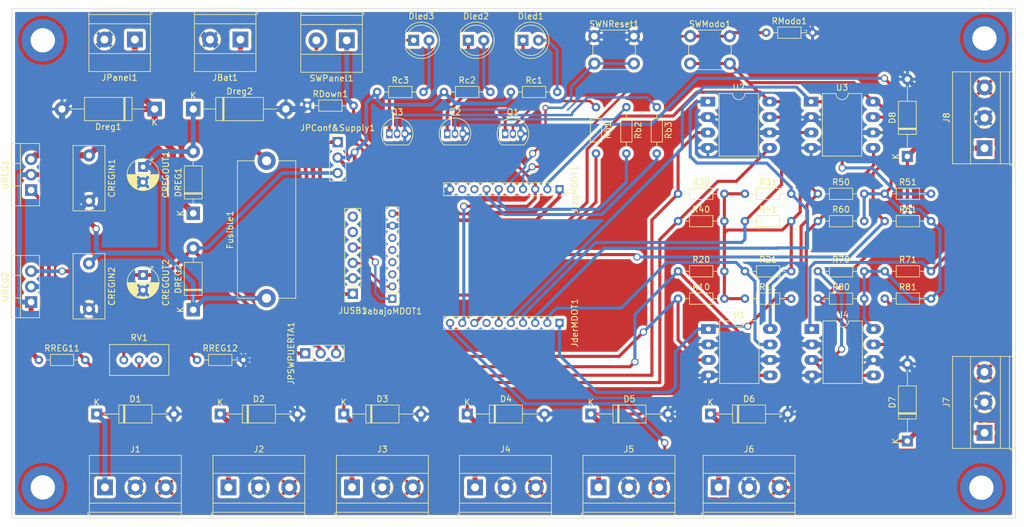
<source format=kicad_pcb>
(kicad_pcb (version 20171130) (host pcbnew "(5.1.10)-1")
  (layers (0 F.Cu signal) (31 B.Cu signal) (34 B.Paste user) (35 F.Paste user) (36 B.SilkS user) (37 F.SilkS user) (38 B.Mask user) (39 F.Mask user) (44 Edge.Cuts user))
  (net 0 "")
  (net 1 +12V)
  (net 2 GND)
  (net 3 Vbat)
  (net 4 VccMDOT)
  (net 5 "Net-(D1-Pad1)")
  (net 6 "Net-(D2-Pad1)")
  (net 7 "Net-(D3-Pad1)")
  (net 8 "Net-(D4-Pad1)")
  (net 9 "Net-(D5-Pad1)")
  (net 10 "Net-(D6-Pad1)")
  (net 11 "Net-(D7-Pad1)")
  (net 12 "Net-(D8-Pad1)")
  (net 13 "Net-(Dled1-Pad2)")
  (net 14 "Net-(Dled1-Pad1)")
  (net 15 "Net-(Dled2-Pad1)")
  (net 16 "Net-(Dled2-Pad2)")
  (net 17 "Net-(Dled3-Pad1)")
  (net 18 "Net-(Dled3-Pad2)")
  (net 19 "Net-(Fusible1-Pad2)")
  (net 20 "Net-(J1-Pad3)")
  (net 21 "Net-(JUSB1-Pad4)")
  (net 22 "Net-(JUSB1-Pad3)")
  (net 23 "Net-(JabajoMDOT1-Pad3)")
  (net 24 "Net-(JabajoMDOT1-Pad4)")
  (net 25 "Net-(JabajoMDOT1-Pad5)")
  (net 26 "Net-(JabajoMDOT1-Pad6)")
  (net 27 3VMdot)
  (net 28 AI1)
  (net 29 AI2)
  (net 30 AI3)
  (net 31 AI4)
  (net 32 AI5)
  (net 33 AI6)
  (net 34 "Net-(JderMDOT1-Pad7)")
  (net 35 DO1)
  (net 36 DIPuerta)
  (net 37 AI8)
  (net 38 "Net-(JizqMDOT1-Pad9)")
  (net 39 "Net-(JizqMDOT1-Pad8)")
  (net 40 DO3)
  (net 41 DO2)
  (net 42 "Net-(JizqMDOT1-Pad5)")
  (net 43 "Net-(JizqMDOT1-Pad4)")
  (net 44 AI7)
  (net 45 5VUSB)
  (net 46 "Net-(JPSWPUERTA1-Pad2)")
  (net 47 "Net-(JUSB1-Pad5)")
  (net 48 "Net-(JUSB1-Pad6)")
  (net 49 "Net-(Q1-Pad2)")
  (net 50 "Net-(Q2-Pad2)")
  (net 51 "Net-(Q3-Pad2)")
  (net 52 "Net-(RREG11-Pad2)")
  (net 53 "Net-(RREG12-Pad1)")
  (module Capacitor_THT:C_Disc_D10.5mm_W5.0mm_P7.50mm (layer F.Cu) (at 101.6 74.93 270)
    (fp_text reference CREGIN1 (at 3.75 -3.75 90) (layer F.SilkS))
    (fp_text value 100n)
    (pad 1 thru_hole circle (at 0 0 270) (size 2 2) (drill 1) (layers *.Cu *.Mask) (net 1 +12V))
    (pad 2 thru_hole circle (at 7.5 0 270) (size 2 2) (drill 1) (layers *.Cu *.Mask) (net 2 GND))
  )
  (module Capacitor_THT:C_Disc_D10.5mm_W5.0mm_P7.50mm (layer F.Cu) (at 101.6 92.71 270)
    (fp_text reference CREGIN2 (at 3.75 -3.75 90) (layer F.SilkS))
    (fp_text value 0.47u)
    (pad 2 thru_hole circle (at 7.5 0 270) (size 2 2) (drill 1) (layers *.Cu *.Mask) (net 2 GND))
    (pad 1 thru_hole circle (at 0 0 270) (size 2 2) (drill 1) (layers *.Cu *.Mask) (net 3 Vbat))
  )
  (module Capacitor_THT:CP_Radial_D5.0mm_P2.50mm (layer F.Cu) (at 110.49 76.835 270)
    (fp_text reference CREGOUT1 (at 1.25 -3.75 90) (layer F.SilkS))
    (fp_text value 1u)
    (pad 1 thru_hole rect (at 0 0 270) (size 1.6 1.6) (drill 0.8) (layers *.Cu *.Mask) (net 3 Vbat))
    (pad 2 thru_hole circle (at 2.5 0 270) (size 1.6 1.6) (drill 0.8) (layers *.Cu *.Mask) (net 2 GND))
  )
  (module Capacitor_THT:CP_Radial_D5.0mm_P2.50mm (layer F.Cu) (at 110.49 94.615 270)
    (fp_text reference CREGOUT2 (at 1.25 -3.75 90) (layer F.SilkS))
    (fp_text value 22u)
    (pad 2 thru_hole circle (at 2.5 0 270) (size 1.6 1.6) (drill 0.8) (layers *.Cu *.Mask) (net 2 GND))
    (pad 1 thru_hole rect (at 0 0 270) (size 1.6 1.6) (drill 0.8) (layers *.Cu *.Mask) (net 4 VccMDOT))
  )
  (module Diode_THT:D_A-405_P12.70mm_Horizontal (layer F.Cu) (at 102.87 117.475)
    (fp_text reference D1 (at 6.35 -2.47) (layer F.SilkS))
    (fp_text value D)
    (fp_text user K (at 0 -1.9) (layer F.SilkS))
    (pad 2 thru_hole oval (at 12.7 0) (size 1.8 1.8) (drill 0.9) (layers *.Cu *.Mask) (net 2 GND))
    (pad 1 thru_hole rect (at 0 0) (size 1.8 1.8) (drill 0.9) (layers *.Cu *.Mask) (net 5 "Net-(D1-Pad1)"))
  )
  (module Diode_THT:D_A-405_P12.70mm_Horizontal (layer F.Cu) (at 123.19 117.475)
    (fp_text reference D2 (at 6.35 -2.47) (layer F.SilkS))
    (fp_text value D)
    (fp_text user K (at 0 -1.9) (layer F.SilkS))
    (pad 1 thru_hole rect (at 0 0) (size 1.8 1.8) (drill 0.9) (layers *.Cu *.Mask) (net 6 "Net-(D2-Pad1)"))
    (pad 2 thru_hole oval (at 12.7 0) (size 1.8 1.8) (drill 0.9) (layers *.Cu *.Mask) (net 2 GND))
  )
  (module Diode_THT:D_A-405_P12.70mm_Horizontal (layer F.Cu) (at 143.51 117.475)
    (fp_text reference D3 (at 6.35 -2.47) (layer F.SilkS))
    (fp_text value D)
    (fp_text user K (at 0 -1.9) (layer F.SilkS))
    (pad 2 thru_hole oval (at 12.7 0) (size 1.8 1.8) (drill 0.9) (layers *.Cu *.Mask) (net 2 GND))
    (pad 1 thru_hole rect (at 0 0) (size 1.8 1.8) (drill 0.9) (layers *.Cu *.Mask) (net 7 "Net-(D3-Pad1)"))
  )
  (module Diode_THT:D_A-405_P12.70mm_Horizontal (layer F.Cu) (at 163.83 117.475)
    (fp_text reference D4 (at 6.35 -2.47) (layer F.SilkS))
    (fp_text value D)
    (fp_text user K (at 0 -1.9) (layer F.SilkS))
    (pad 1 thru_hole rect (at 0 0) (size 1.8 1.8) (drill 0.9) (layers *.Cu *.Mask) (net 8 "Net-(D4-Pad1)"))
    (pad 2 thru_hole oval (at 12.7 0) (size 1.8 1.8) (drill 0.9) (layers *.Cu *.Mask) (net 2 GND))
  )
  (module Diode_THT:D_A-405_P12.70mm_Horizontal (layer F.Cu) (at 184.15 117.475)
    (fp_text reference D5 (at 6.35 -2.47) (layer F.SilkS))
    (fp_text value D)
    (fp_text user K (at 0 -1.9) (layer F.SilkS))
    (pad 1 thru_hole rect (at 0 0) (size 1.8 1.8) (drill 0.9) (layers *.Cu *.Mask) (net 9 "Net-(D5-Pad1)"))
    (pad 2 thru_hole oval (at 12.7 0) (size 1.8 1.8) (drill 0.9) (layers *.Cu *.Mask) (net 2 GND))
  )
  (module Diode_THT:D_A-405_P12.70mm_Horizontal (layer F.Cu) (at 203.835 117.475)
    (fp_text reference D6 (at 6.35 -2.47) (layer F.SilkS))
    (fp_text value D)
    (fp_text user K (at 0 -1.9) (layer F.SilkS))
    (pad 2 thru_hole oval (at 12.7 0) (size 1.8 1.8) (drill 0.9) (layers *.Cu *.Mask) (net 2 GND))
    (pad 1 thru_hole rect (at 0 0) (size 1.8 1.8) (drill 0.9) (layers *.Cu *.Mask) (net 10 "Net-(D6-Pad1)"))
  )
  (module Diode_THT:D_A-405_P12.70mm_Horizontal (layer F.Cu) (at 236.22 121.92 90)
    (fp_text reference D7 (at 6.35 -2.47 90) (layer F.SilkS))
    (fp_text value D)
    (fp_text user K (at 0 -1.9 90) (layer F.SilkS))
    (pad 2 thru_hole oval (at 12.7 0 90) (size 1.8 1.8) (drill 0.9) (layers *.Cu *.Mask) (net 2 GND))
    (pad 1 thru_hole rect (at 0 0 90) (size 1.8 1.8) (drill 0.9) (layers *.Cu *.Mask) (net 11 "Net-(D7-Pad1)"))
  )
  (module Diode_THT:D_A-405_P12.70mm_Horizontal (layer F.Cu) (at 236.22 75.1 90)
    (fp_text reference D8 (at 6.35 -2.47 90) (layer F.SilkS))
    (fp_text value D)
    (fp_text user K (at 0 -1.9 90) (layer F.SilkS))
    (pad 1 thru_hole rect (at 0 0 90) (size 1.8 1.8) (drill 0.9) (layers *.Cu *.Mask) (net 12 "Net-(D8-Pad1)"))
    (pad 2 thru_hole oval (at 12.7 0 90) (size 1.8 1.8) (drill 0.9) (layers *.Cu *.Mask) (net 2 GND))
  )
  (module LED_THT:LED_D5.0mm (layer F.Cu) (at 173 56)
    (fp_text reference Dled1 (at 1.27 -3.96) (layer F.SilkS))
    (fp_text value LED)
    (pad 2 thru_hole circle (at 2.54 0) (size 1.8 1.8) (drill 0.9) (layers *.Cu *.Mask) (net 13 "Net-(Dled1-Pad2)"))
    (pad 1 thru_hole rect (at 0 0) (size 1.8 1.8) (drill 0.9) (layers *.Cu *.Mask) (net 14 "Net-(Dled1-Pad1)"))
  )
  (module LED_THT:LED_D5.0mm (layer F.Cu) (at 164 56)
    (fp_text reference Dled2 (at 1.27 -3.96) (layer F.SilkS))
    (fp_text value LED)
    (pad 1 thru_hole rect (at 0 0) (size 1.8 1.8) (drill 0.9) (layers *.Cu *.Mask) (net 15 "Net-(Dled2-Pad1)"))
    (pad 2 thru_hole circle (at 2.54 0) (size 1.8 1.8) (drill 0.9) (layers *.Cu *.Mask) (net 16 "Net-(Dled2-Pad2)"))
  )
  (module LED_THT:LED_D5.0mm (layer F.Cu) (at 155 56)
    (fp_text reference Dled3 (at 1.27 -3.96) (layer F.SilkS))
    (fp_text value LED)
    (pad 1 thru_hole rect (at 0 0) (size 1.8 1.8) (drill 0.9) (layers *.Cu *.Mask) (net 17 "Net-(Dled3-Pad1)"))
    (pad 2 thru_hole circle (at 2.54 0) (size 1.8 1.8) (drill 0.9) (layers *.Cu *.Mask) (net 18 "Net-(Dled3-Pad2)"))
  )
  (module Diode_THT:D_DO-41_SOD81_P10.16mm_Horizontal (layer F.Cu) (at 118.745 84.455 90)
    (fp_text reference DREG1 (at 5.08 -2.47 90) (layer F.SilkS))
    (fp_text value 1N4007)
    (fp_text user K (at 0 -2.1 90) (layer F.SilkS))
    (pad 1 thru_hole rect (at 0 0 90) (size 2.2 2.2) (drill 1.1) (layers *.Cu *.Mask) (net 1 +12V))
    (pad 2 thru_hole oval (at 10.16 0 90) (size 2.2 2.2) (drill 1.1) (layers *.Cu *.Mask) (net 3 Vbat))
  )
  (module Diode_THT:D_DO-41_SOD81_P10.16mm_Horizontal (layer F.Cu) (at 118.745 100.33 90)
    (fp_text reference DREG2 (at 5.08 -2.47 90) (layer F.SilkS))
    (fp_text value 1N4007)
    (fp_text user K (at 0 -2.1 90) (layer F.SilkS))
    (pad 2 thru_hole oval (at 10.16 0 90) (size 2.2 2.2) (drill 1.1) (layers *.Cu *.Mask) (net 4 VccMDOT))
    (pad 1 thru_hole rect (at 0 0 90) (size 2.2 2.2) (drill 1.1) (layers *.Cu *.Mask) (net 3 Vbat))
  )
  (module Fuse:Fuseholder_Cylinder-5x20mm_Stelvio-Kontek_PTF78_Horizontal_Open (layer F.Cu) (at 130.81 98.425 90)
    (fp_text reference Fusible1 (at 11.25 -6 90) (layer F.SilkS))
    (fp_text value "1A, 25V")
    (pad 1 thru_hole circle (at 0 0 90) (size 3 3) (drill 1.5) (layers *.Cu *.Mask) (net 3 Vbat))
    (pad 2 thru_hole circle (at 22.6 0 90) (size 3 3) (drill 1.5) (layers *.Cu *.Mask) (net 19 "Net-(Fusible1-Pad2)"))
  )
  (module TerminalBlock_Phoenix:TerminalBlock_Phoenix_MKDS-1,5-3_1x03_P5.00mm_Horizontal (layer F.Cu) (at 104.22 129.54)
    (fp_text reference J1 (at 5 -6.26) (layer F.SilkS))
    (fp_text value Screw_Terminal_01x03)
    (pad 3 thru_hole circle (at 10 0) (size 2.6 2.6) (drill 1.3) (layers *.Cu *.Mask) (net 20 "Net-(J1-Pad3)"))
    (pad 2 thru_hole circle (at 5 0) (size 2.6 2.6) (drill 1.3) (layers *.Cu *.Mask) (net 2 GND))
    (pad 1 thru_hole rect (at 0 0) (size 2.6 2.6) (drill 1.3) (layers *.Cu *.Mask) (net 5 "Net-(D1-Pad1)"))
  )
  (module TerminalBlock_Phoenix:TerminalBlock_Phoenix_MKDS-1,5-3_1x03_P5.00mm_Horizontal (layer F.Cu) (at 124.54 129.54)
    (fp_text reference J2 (at 5 -6.26) (layer F.SilkS))
    (fp_text value Screw_Terminal_01x03)
    (pad 1 thru_hole rect (at 0 0) (size 2.6 2.6) (drill 1.3) (layers *.Cu *.Mask) (net 6 "Net-(D2-Pad1)"))
    (pad 2 thru_hole circle (at 5 0) (size 2.6 2.6) (drill 1.3) (layers *.Cu *.Mask) (net 2 GND))
    (pad 3 thru_hole circle (at 10 0) (size 2.6 2.6) (drill 1.3) (layers *.Cu *.Mask) (net 20 "Net-(J1-Pad3)"))
  )
  (module TerminalBlock_Phoenix:TerminalBlock_Phoenix_MKDS-1,5-3_1x03_P5.00mm_Horizontal (layer F.Cu) (at 144.86 129.54)
    (fp_text reference J3 (at 5 -6.26) (layer F.SilkS))
    (fp_text value Screw_Terminal_01x03)
    (pad 3 thru_hole circle (at 10 0) (size 2.6 2.6) (drill 1.3) (layers *.Cu *.Mask) (net 20 "Net-(J1-Pad3)"))
    (pad 2 thru_hole circle (at 5 0) (size 2.6 2.6) (drill 1.3) (layers *.Cu *.Mask) (net 2 GND))
    (pad 1 thru_hole rect (at 0 0) (size 2.6 2.6) (drill 1.3) (layers *.Cu *.Mask) (net 7 "Net-(D3-Pad1)"))
  )
  (module TerminalBlock_Phoenix:TerminalBlock_Phoenix_MKDS-1,5-3_1x03_P5.00mm_Horizontal (layer F.Cu) (at 165.1 129.54)
    (fp_text reference J4 (at 5 -6.26) (layer F.SilkS))
    (fp_text value Screw_Terminal_01x03)
    (pad 1 thru_hole rect (at 0 0) (size 2.6 2.6) (drill 1.3) (layers *.Cu *.Mask) (net 8 "Net-(D4-Pad1)"))
    (pad 2 thru_hole circle (at 5 0) (size 2.6 2.6) (drill 1.3) (layers *.Cu *.Mask) (net 2 GND))
    (pad 3 thru_hole circle (at 10 0) (size 2.6 2.6) (drill 1.3) (layers *.Cu *.Mask) (net 20 "Net-(J1-Pad3)"))
  )
  (module TerminalBlock_Phoenix:TerminalBlock_Phoenix_MKDS-1,5-3_1x03_P5.00mm_Horizontal (layer F.Cu) (at 185.42 129.54)
    (fp_text reference J5 (at 5 -6.26) (layer F.SilkS))
    (fp_text value Screw_Terminal_01x03)
    (pad 3 thru_hole circle (at 10 0) (size 2.6 2.6) (drill 1.3) (layers *.Cu *.Mask) (net 20 "Net-(J1-Pad3)"))
    (pad 2 thru_hole circle (at 5 0) (size 2.6 2.6) (drill 1.3) (layers *.Cu *.Mask) (net 2 GND))
    (pad 1 thru_hole rect (at 0 0) (size 2.6 2.6) (drill 1.3) (layers *.Cu *.Mask) (net 9 "Net-(D5-Pad1)"))
  )
  (module TerminalBlock_Phoenix:TerminalBlock_Phoenix_MKDS-1,5-3_1x03_P5.00mm_Horizontal (layer F.Cu) (at 205.185 129.54)
    (fp_text reference J6 (at 5 -6.26) (layer F.SilkS))
    (fp_text value Screw_Terminal_01x03)
    (pad 1 thru_hole rect (at 0 0) (size 2.6 2.6) (drill 1.3) (layers *.Cu *.Mask) (net 10 "Net-(D6-Pad1)"))
    (pad 2 thru_hole circle (at 5 0) (size 2.6 2.6) (drill 1.3) (layers *.Cu *.Mask) (net 2 GND))
    (pad 3 thru_hole circle (at 10 0) (size 2.6 2.6) (drill 1.3) (layers *.Cu *.Mask) (net 20 "Net-(J1-Pad3)"))
  )
  (module TerminalBlock_Phoenix:TerminalBlock_Phoenix_MKDS-1,5-3_1x03_P5.00mm_Horizontal (layer F.Cu) (at 248.92 120.57 90)
    (fp_text reference J7 (at 5 -6.26 90) (layer F.SilkS))
    (fp_text value Screw_Terminal_01x03)
    (pad 3 thru_hole circle (at 10 0 90) (size 2.6 2.6) (drill 1.3) (layers *.Cu *.Mask) (net 20 "Net-(J1-Pad3)"))
    (pad 2 thru_hole circle (at 5 0 90) (size 2.6 2.6) (drill 1.3) (layers *.Cu *.Mask) (net 2 GND))
    (pad 1 thru_hole rect (at 0 0 90) (size 2.6 2.6) (drill 1.3) (layers *.Cu *.Mask) (net 11 "Net-(D7-Pad1)"))
  )
  (module TerminalBlock_Phoenix:TerminalBlock_Phoenix_MKDS-1,5-3_1x03_P5.00mm_Horizontal (layer F.Cu) (at 248.92 73.75 90)
    (fp_text reference J8 (at 5 -6.26 90) (layer F.SilkS))
    (fp_text value Screw_Terminal_01x03)
    (pad 1 thru_hole rect (at 0 0 90) (size 2.6 2.6) (drill 1.3) (layers *.Cu *.Mask) (net 12 "Net-(D8-Pad1)"))
    (pad 2 thru_hole circle (at 5 0 90) (size 2.6 2.6) (drill 1.3) (layers *.Cu *.Mask) (net 2 GND))
    (pad 3 thru_hole circle (at 10 0 90) (size 2.6 2.6) (drill 1.3) (layers *.Cu *.Mask) (net 20 "Net-(J1-Pad3)"))
  )
  (module Connector_PinHeader_2.00mm:PinHeader_1x08_P2.00mm_Vertical (layer F.Cu) (at 151.5 98.5 180)
    (fp_text reference JabajoMDOT1 (at 0 -2.06) (layer F.SilkS))
    (fp_text value Conn_01x08_Male)
    (pad 1 thru_hole rect (at 0 0 180) (size 1.35 1.35) (drill 0.8) (layers *.Cu *.Mask) (net 21 "Net-(JUSB1-Pad4)"))
    (pad 2 thru_hole oval (at 0 2 180) (size 1.35 1.35) (drill 0.8) (layers *.Cu *.Mask) (net 22 "Net-(JUSB1-Pad3)"))
    (pad 3 thru_hole oval (at 0 4 180) (size 1.35 1.35) (drill 0.8) (layers *.Cu *.Mask) (net 23 "Net-(JabajoMDOT1-Pad3)"))
    (pad 4 thru_hole oval (at 0 6 180) (size 1.35 1.35) (drill 0.8) (layers *.Cu *.Mask) (net 24 "Net-(JabajoMDOT1-Pad4)"))
    (pad 5 thru_hole oval (at 0 8 180) (size 1.35 1.35) (drill 0.8) (layers *.Cu *.Mask) (net 25 "Net-(JabajoMDOT1-Pad5)"))
    (pad 6 thru_hole oval (at 0 10 180) (size 1.35 1.35) (drill 0.8) (layers *.Cu *.Mask) (net 26 "Net-(JabajoMDOT1-Pad6)"))
    (pad 7 thru_hole oval (at 0 12 180) (size 1.35 1.35) (drill 0.8) (layers *.Cu *.Mask) (net 2 GND))
    (pad 8 thru_hole oval (at 0 14 180) (size 1.35 1.35) (drill 0.8) (layers *.Cu *.Mask) (net 27 3VMdot))
  )
  (module TerminalBlock_Phoenix:TerminalBlock_Phoenix_MKDS-1,5-2_1x02_P5.00mm_Horizontal (layer F.Cu) (at 126.5 55.88 180)
    (fp_text reference JBat1 (at 2.5 -6.26) (layer F.SilkS))
    (fp_text value Screw_Terminal_01x02)
    (pad 2 thru_hole circle (at 5 0 180) (size 2.6 2.6) (drill 1.3) (layers *.Cu *.Mask) (net 2 GND))
    (pad 1 thru_hole rect (at 0 0 180) (size 2.6 2.6) (drill 1.3) (layers *.Cu *.Mask) (net 19 "Net-(Fusible1-Pad2)"))
  )
  (module Connector_PinSocket_2.00mm:PinSocket_1x10_P2.00mm_Vertical (layer F.Cu) (at 179 102.5 270)
    (fp_text reference JderMDOT1 (at 0 -2.5 90) (layer F.SilkS))
    (fp_text value Conn_01x10_Female)
    (pad 1 thru_hole rect (at 0 0 270) (size 1.35 1.35) (drill 0.8) (layers *.Cu *.Mask) (net 28 AI1))
    (pad 2 thru_hole oval (at 0 2 270) (size 1.35 1.35) (drill 0.8) (layers *.Cu *.Mask) (net 29 AI2))
    (pad 3 thru_hole oval (at 0 4 270) (size 1.35 1.35) (drill 0.8) (layers *.Cu *.Mask) (net 30 AI3))
    (pad 4 thru_hole oval (at 0 6 270) (size 1.35 1.35) (drill 0.8) (layers *.Cu *.Mask) (net 31 AI4))
    (pad 5 thru_hole oval (at 0 8 270) (size 1.35 1.35) (drill 0.8) (layers *.Cu *.Mask) (net 32 AI5))
    (pad 6 thru_hole oval (at 0 10 270) (size 1.35 1.35) (drill 0.8) (layers *.Cu *.Mask) (net 33 AI6))
    (pad 7 thru_hole oval (at 0 12 270) (size 1.35 1.35) (drill 0.8) (layers *.Cu *.Mask) (net 34 "Net-(JderMDOT1-Pad7)"))
    (pad 8 thru_hole oval (at 0 14 270) (size 1.35 1.35) (drill 0.8) (layers *.Cu *.Mask) (net 35 DO1))
    (pad 9 thru_hole oval (at 0 16 270) (size 1.35 1.35) (drill 0.8) (layers *.Cu *.Mask) (net 36 DIPuerta))
    (pad 10 thru_hole oval (at 0 18 270) (size 1.35 1.35) (drill 0.8) (layers *.Cu *.Mask) (net 37 AI8))
  )
  (module Connector_PinSocket_2.00mm:PinSocket_1x10_P2.00mm_Vertical (layer F.Cu) (at 179 80.5 270)
    (fp_text reference JizqMDOT1 (at 0 -2.5 90) (layer F.SilkS))
    (fp_text value Conn_01x10_Female)
    (pad 10 thru_hole oval (at 0 18 270) (size 1.35 1.35) (drill 0.8) (layers *.Cu *.Mask) (net 2 GND))
    (pad 9 thru_hole oval (at 0 16 270) (size 1.35 1.35) (drill 0.8) (layers *.Cu *.Mask) (net 38 "Net-(JizqMDOT1-Pad9)"))
    (pad 8 thru_hole oval (at 0 14 270) (size 1.35 1.35) (drill 0.8) (layers *.Cu *.Mask) (net 39 "Net-(JizqMDOT1-Pad8)"))
    (pad 7 thru_hole oval (at 0 12 270) (size 1.35 1.35) (drill 0.8) (layers *.Cu *.Mask) (net 40 DO3))
    (pad 6 thru_hole oval (at 0 10 270) (size 1.35 1.35) (drill 0.8) (layers *.Cu *.Mask) (net 41 DO2))
    (pad 5 thru_hole oval (at 0 8 270) (size 1.35 1.35) (drill 0.8) (layers *.Cu *.Mask) (net 42 "Net-(JizqMDOT1-Pad5)"))
    (pad 4 thru_hole oval (at 0 6 270) (size 1.35 1.35) (drill 0.8) (layers *.Cu *.Mask) (net 43 "Net-(JizqMDOT1-Pad4)"))
    (pad 3 thru_hole oval (at 0 4 270) (size 1.35 1.35) (drill 0.8) (layers *.Cu *.Mask) (net 36 DIPuerta))
    (pad 2 thru_hole oval (at 0 2 270) (size 1.35 1.35) (drill 0.8) (layers *.Cu *.Mask) (net 44 AI7))
    (pad 1 thru_hole rect (at 0 0 270) (size 1.35 1.35) (drill 0.8) (layers *.Cu *.Mask) (net 4 VccMDOT))
  )
  (module TerminalBlock_Phoenix:TerminalBlock_Phoenix_MKDS-1,5-2_1x02_P5.00mm_Horizontal (layer F.Cu) (at 109.14 55.88 180)
    (fp_text reference JPanel1 (at 2.5 -6.26) (layer F.SilkS))
    (fp_text value Screw_Terminal_01x02)
    (pad 1 thru_hole rect (at 0 0 180) (size 2.6 2.6) (drill 1.3) (layers *.Cu *.Mask) (net 1 +12V))
    (pad 2 thru_hole circle (at 5 0 180) (size 2.6 2.6) (drill 1.3) (layers *.Cu *.Mask) (net 2 GND))
  )
  (module Connector_PinHeader_2.54mm:PinHeader_1x03_P2.54mm_Vertical (layer F.Cu) (at 142.5 72.75)
    (fp_text reference JPConf&Supply1 (at 0 -2.33) (layer F.SilkS))
    (fp_text value Jumper_3_Open)
    (pad 3 thru_hole oval (at 0 5.08) (size 1.7 1.7) (drill 1) (layers *.Cu *.Mask) (net 4 VccMDOT))
    (pad 2 thru_hole oval (at 0 2.54) (size 1.7 1.7) (drill 1) (layers *.Cu *.Mask) (net 4 VccMDOT))
    (pad 1 thru_hole rect (at 0 0) (size 1.7 1.7) (drill 1) (layers *.Cu *.Mask) (net 45 5VUSB))
  )
  (module Connector_PinHeader_2.54mm:PinHeader_1x03_P2.54mm_Vertical (layer F.Cu) (at 137.17 107.5 90)
    (fp_text reference JPSWPUERTA1 (at 0 -2.33 90) (layer F.SilkS))
    (fp_text value Jumper_3_Open)
    (pad 1 thru_hole rect (at 0 0 90) (size 1.7 1.7) (drill 1) (layers *.Cu *.Mask) (net 4 VccMDOT))
    (pad 2 thru_hole oval (at 0 2.54 90) (size 1.7 1.7) (drill 1) (layers *.Cu *.Mask) (net 46 "Net-(JPSWPUERTA1-Pad2)"))
    (pad 3 thru_hole oval (at 0 5.08 90) (size 1.7 1.7) (drill 1) (layers *.Cu *.Mask) (net 27 3VMdot))
  )
  (module Connector_PinSocket_2.54mm:PinSocket_1x06_P2.54mm_Vertical (layer F.Cu) (at 145 97.7 180)
    (fp_text reference JUSB1 (at 0 -2.77) (layer F.SilkS))
    (fp_text value Conn_01x06_Female)
    (pad 1 thru_hole rect (at 0 0 180) (size 1.7 1.7) (drill 1) (layers *.Cu *.Mask) (net 45 5VUSB))
    (pad 2 thru_hole oval (at 0 2.54 180) (size 1.7 1.7) (drill 1) (layers *.Cu *.Mask) (net 2 GND))
    (pad 3 thru_hole oval (at 0 5.08 180) (size 1.7 1.7) (drill 1) (layers *.Cu *.Mask) (net 22 "Net-(JUSB1-Pad3)"))
    (pad 4 thru_hole oval (at 0 7.62 180) (size 1.7 1.7) (drill 1) (layers *.Cu *.Mask) (net 21 "Net-(JUSB1-Pad4)"))
    (pad 5 thru_hole oval (at 0 10.16 180) (size 1.7 1.7) (drill 1) (layers *.Cu *.Mask) (net 47 "Net-(JUSB1-Pad5)"))
    (pad 6 thru_hole oval (at 0 12.7 180) (size 1.7 1.7) (drill 1) (layers *.Cu *.Mask) (net 48 "Net-(JUSB1-Pad6)"))
  )
  (module Package_TO_SOT_THT:TO-92_Inline (layer F.Cu) (at 170.06 71.37)
    (fp_text reference Q1 (at 1.27 -3.56) (layer F.SilkS))
    (fp_text value BC337)
    (pad 1 thru_hole rect (at 0 0) (size 1.05 1.5) (drill 0.75) (layers *.Cu *.Mask) (net 14 "Net-(Dled1-Pad1)"))
    (pad 3 thru_hole oval (at 2.54 0) (size 1.05 1.5) (drill 0.75) (layers *.Cu *.Mask) (net 2 GND))
    (pad 2 thru_hole oval (at 1.27 0) (size 1.05 1.5) (drill 0.75) (layers *.Cu *.Mask) (net 49 "Net-(Q1-Pad2)"))
  )
  (module Package_TO_SOT_THT:TO-92_Inline (layer F.Cu) (at 160.535 71.37)
    (fp_text reference Q2 (at 1.27 -3.56) (layer F.SilkS))
    (fp_text value BC337)
    (pad 2 thru_hole oval (at 1.27 0) (size 1.05 1.5) (drill 0.75) (layers *.Cu *.Mask) (net 50 "Net-(Q2-Pad2)"))
    (pad 3 thru_hole oval (at 2.54 0) (size 1.05 1.5) (drill 0.75) (layers *.Cu *.Mask) (net 2 GND))
    (pad 1 thru_hole rect (at 0 0) (size 1.05 1.5) (drill 0.75) (layers *.Cu *.Mask) (net 15 "Net-(Dled2-Pad1)"))
  )
  (module Package_TO_SOT_THT:TO-92_Inline (layer F.Cu) (at 151.01 71.37)
    (fp_text reference Q3 (at 1.27 -3.56) (layer F.SilkS))
    (fp_text value BC337)
    (pad 2 thru_hole oval (at 1.27 0) (size 1.05 1.5) (drill 0.75) (layers *.Cu *.Mask) (net 51 "Net-(Q3-Pad2)"))
    (pad 3 thru_hole oval (at 2.54 0) (size 1.05 1.5) (drill 0.75) (layers *.Cu *.Mask) (net 2 GND))
    (pad 1 thru_hole rect (at 0 0) (size 1.05 1.5) (drill 0.75) (layers *.Cu *.Mask) (net 17 "Net-(Dled3-Pad1)"))
  )
  (module Resistor_THT:R_Axial_DIN0204_L3.6mm_D1.6mm_P7.62mm_Horizontal (layer F.Cu) (at 198.5 98.5)
    (fp_text reference R10 (at 3.81 -1.92) (layer F.SilkS))
    (fp_text value 1M)
    (pad 1 thru_hole circle (at 0 0) (size 1.4 1.4) (drill 0.7) (layers *.Cu *.Mask) (net 5 "Net-(D1-Pad1)"))
    (pad 2 thru_hole oval (at 7.62 0) (size 1.4 1.4) (drill 0.7) (layers *.Cu *.Mask) (net 27 3VMdot))
  )
  (module Resistor_THT:R_Axial_DIN0204_L3.6mm_D1.6mm_P7.62mm_Horizontal (layer F.Cu) (at 209.5 98.5)
    (fp_text reference R11 (at 3.81 -1.92) (layer F.SilkS))
    (fp_text value 200k)
    (pad 2 thru_hole oval (at 7.62 0) (size 1.4 1.4) (drill 0.7) (layers *.Cu *.Mask) (net 28 AI1))
    (pad 1 thru_hole circle (at 0 0) (size 1.4 1.4) (drill 0.7) (layers *.Cu *.Mask) (net 27 3VMdot))
  )
  (module Resistor_THT:R_Axial_DIN0204_L3.6mm_D1.6mm_P7.62mm_Horizontal (layer F.Cu) (at 198.5 94)
    (fp_text reference R20 (at 3.81 -1.92) (layer F.SilkS))
    (fp_text value 1M)
    (pad 1 thru_hole circle (at 0 0) (size 1.4 1.4) (drill 0.7) (layers *.Cu *.Mask) (net 6 "Net-(D2-Pad1)"))
    (pad 2 thru_hole oval (at 7.62 0) (size 1.4 1.4) (drill 0.7) (layers *.Cu *.Mask) (net 27 3VMdot))
  )
  (module Resistor_THT:R_Axial_DIN0204_L3.6mm_D1.6mm_P7.62mm_Horizontal (layer F.Cu) (at 209.5 94)
    (fp_text reference R21 (at 3.81 -1.92) (layer F.SilkS))
    (fp_text value 200k)
    (pad 1 thru_hole circle (at 0 0) (size 1.4 1.4) (drill 0.7) (layers *.Cu *.Mask) (net 29 AI2))
    (pad 2 thru_hole oval (at 7.62 0) (size 1.4 1.4) (drill 0.7) (layers *.Cu *.Mask) (net 27 3VMdot))
  )
  (module Resistor_THT:R_Axial_DIN0204_L3.6mm_D1.6mm_P7.62mm_Horizontal (layer F.Cu) (at 198.5 81.25)
    (fp_text reference R30 (at 3.81 -1.92) (layer F.SilkS))
    (fp_text value 1M)
    (pad 2 thru_hole oval (at 7.62 0) (size 1.4 1.4) (drill 0.7) (layers *.Cu *.Mask) (net 27 3VMdot))
    (pad 1 thru_hole circle (at 0 0) (size 1.4 1.4) (drill 0.7) (layers *.Cu *.Mask) (net 7 "Net-(D3-Pad1)"))
  )
  (module Resistor_THT:R_Axial_DIN0204_L3.6mm_D1.6mm_P7.62mm_Horizontal (layer F.Cu) (at 209.5 81.25)
    (fp_text reference R31 (at 3.81 -1.92) (layer F.SilkS))
    (fp_text value 200k)
    (pad 2 thru_hole oval (at 7.62 0) (size 1.4 1.4) (drill 0.7) (layers *.Cu *.Mask) (net 30 AI3))
    (pad 1 thru_hole circle (at 0 0) (size 1.4 1.4) (drill 0.7) (layers *.Cu *.Mask) (net 27 3VMdot))
  )
  (module Resistor_THT:R_Axial_DIN0204_L3.6mm_D1.6mm_P7.62mm_Horizontal (layer F.Cu) (at 198.5 85.75)
    (fp_text reference R40 (at 3.81 -1.92) (layer F.SilkS))
    (fp_text value 1M)
    (pad 1 thru_hole circle (at 0 0) (size 1.4 1.4) (drill 0.7) (layers *.Cu *.Mask) (net 8 "Net-(D4-Pad1)"))
    (pad 2 thru_hole oval (at 7.62 0) (size 1.4 1.4) (drill 0.7) (layers *.Cu *.Mask) (net 27 3VMdot))
  )
  (module Resistor_THT:R_Axial_DIN0204_L3.6mm_D1.6mm_P7.62mm_Horizontal (layer F.Cu) (at 209.5 85.75)
    (fp_text reference R41 (at 3.81 -1.92) (layer F.SilkS))
    (fp_text value 200k)
    (pad 2 thru_hole oval (at 7.62 0) (size 1.4 1.4) (drill 0.7) (layers *.Cu *.Mask) (net 27 3VMdot))
    (pad 1 thru_hole circle (at 0 0) (size 1.4 1.4) (drill 0.7) (layers *.Cu *.Mask) (net 31 AI4))
  )
  (module Resistor_THT:R_Axial_DIN0204_L3.6mm_D1.6mm_P7.62mm_Horizontal (layer F.Cu) (at 221.5 81.25)
    (fp_text reference R50 (at 3.81 -1.92) (layer F.SilkS))
    (fp_text value 1M)
    (pad 1 thru_hole circle (at 0 0) (size 1.4 1.4) (drill 0.7) (layers *.Cu *.Mask) (net 9 "Net-(D5-Pad1)"))
    (pad 2 thru_hole oval (at 7.62 0) (size 1.4 1.4) (drill 0.7) (layers *.Cu *.Mask) (net 27 3VMdot))
  )
  (module Resistor_THT:R_Axial_DIN0204_L3.6mm_D1.6mm_P7.62mm_Horizontal (layer F.Cu) (at 232.5 81.25)
    (fp_text reference R51 (at 3.81 -1.92) (layer F.SilkS))
    (fp_text value 200k)
    (pad 2 thru_hole oval (at 7.62 0) (size 1.4 1.4) (drill 0.7) (layers *.Cu *.Mask) (net 32 AI5))
    (pad 1 thru_hole circle (at 0 0) (size 1.4 1.4) (drill 0.7) (layers *.Cu *.Mask) (net 27 3VMdot))
  )
  (module Resistor_THT:R_Axial_DIN0204_L3.6mm_D1.6mm_P7.62mm_Horizontal (layer F.Cu) (at 221.5 85.75)
    (fp_text reference R60 (at 3.81 -1.92) (layer F.SilkS))
    (fp_text value 1M)
    (pad 1 thru_hole circle (at 0 0) (size 1.4 1.4) (drill 0.7) (layers *.Cu *.Mask) (net 10 "Net-(D6-Pad1)"))
    (pad 2 thru_hole oval (at 7.62 0) (size 1.4 1.4) (drill 0.7) (layers *.Cu *.Mask) (net 27 3VMdot))
  )
  (module Resistor_THT:R_Axial_DIN0204_L3.6mm_D1.6mm_P7.62mm_Horizontal (layer F.Cu) (at 232.5 85.75)
    (fp_text reference R61 (at 3.81 -1.92) (layer F.SilkS))
    (fp_text value 200k)
    (pad 2 thru_hole oval (at 7.62 0) (size 1.4 1.4) (drill 0.7) (layers *.Cu *.Mask) (net 27 3VMdot))
    (pad 1 thru_hole circle (at 0 0) (size 1.4 1.4) (drill 0.7) (layers *.Cu *.Mask) (net 33 AI6))
  )
  (module Resistor_THT:R_Axial_DIN0204_L3.6mm_D1.6mm_P7.62mm_Horizontal (layer F.Cu) (at 221.5 94)
    (fp_text reference R70 (at 3.81 -1.92) (layer F.SilkS))
    (fp_text value 1M)
    (pad 1 thru_hole circle (at 0 0) (size 1.4 1.4) (drill 0.7) (layers *.Cu *.Mask) (net 11 "Net-(D7-Pad1)"))
    (pad 2 thru_hole oval (at 7.62 0) (size 1.4 1.4) (drill 0.7) (layers *.Cu *.Mask) (net 27 3VMdot))
  )
  (module Resistor_THT:R_Axial_DIN0204_L3.6mm_D1.6mm_P7.62mm_Horizontal (layer F.Cu) (at 232.5 94)
    (fp_text reference R71 (at 3.81 -1.92) (layer F.SilkS))
    (fp_text value 200k)
    (pad 2 thru_hole oval (at 7.62 0) (size 1.4 1.4) (drill 0.7) (layers *.Cu *.Mask) (net 44 AI7))
    (pad 1 thru_hole circle (at 0 0) (size 1.4 1.4) (drill 0.7) (layers *.Cu *.Mask) (net 27 3VMdot))
  )
  (module Resistor_THT:R_Axial_DIN0204_L3.6mm_D1.6mm_P7.62mm_Horizontal (layer F.Cu) (at 221.5 98.5)
    (fp_text reference R80 (at 3.81 -1.92) (layer F.SilkS))
    (fp_text value 1M)
    (pad 1 thru_hole circle (at 0 0) (size 1.4 1.4) (drill 0.7) (layers *.Cu *.Mask) (net 12 "Net-(D8-Pad1)"))
    (pad 2 thru_hole oval (at 7.62 0) (size 1.4 1.4) (drill 0.7) (layers *.Cu *.Mask) (net 27 3VMdot))
  )
  (module Resistor_THT:R_Axial_DIN0204_L3.6mm_D1.6mm_P7.62mm_Horizontal (layer F.Cu) (at 232.5 98.5)
    (fp_text reference R81 (at 3.81 -1.92) (layer F.SilkS))
    (fp_text value 200k)
    (pad 2 thru_hole oval (at 7.62 0) (size 1.4 1.4) (drill 0.7) (layers *.Cu *.Mask) (net 27 3VMdot))
    (pad 1 thru_hole circle (at 0 0) (size 1.4 1.4) (drill 0.7) (layers *.Cu *.Mask) (net 37 AI8))
  )
  (module Resistor_THT:R_Axial_DIN0204_L3.6mm_D1.6mm_P7.62mm_Horizontal (layer F.Cu) (at 185 67 270)
    (fp_text reference Rb1 (at 3.81 -1.92 90) (layer F.SilkS))
    (fp_text value 56k)
    (pad 2 thru_hole oval (at 7.62 0 270) (size 1.4 1.4) (drill 0.7) (layers *.Cu *.Mask) (net 35 DO1))
    (pad 1 thru_hole circle (at 0 0 270) (size 1.4 1.4) (drill 0.7) (layers *.Cu *.Mask) (net 49 "Net-(Q1-Pad2)"))
  )
  (module Resistor_THT:R_Axial_DIN0204_L3.6mm_D1.6mm_P7.62mm_Horizontal (layer F.Cu) (at 190 67 270)
    (fp_text reference Rb2 (at 3.81 -1.92 90) (layer F.SilkS))
    (fp_text value 56k)
    (pad 2 thru_hole oval (at 7.62 0 270) (size 1.4 1.4) (drill 0.7) (layers *.Cu *.Mask) (net 41 DO2))
    (pad 1 thru_hole circle (at 0 0 270) (size 1.4 1.4) (drill 0.7) (layers *.Cu *.Mask) (net 50 "Net-(Q2-Pad2)"))
  )
  (module Resistor_THT:R_Axial_DIN0204_L3.6mm_D1.6mm_P7.62mm_Horizontal (layer F.Cu) (at 195 67 270)
    (fp_text reference Rb3 (at 3.81 -1.92 90) (layer F.SilkS))
    (fp_text value 56k)
    (pad 2 thru_hole oval (at 7.62 0 270) (size 1.4 1.4) (drill 0.7) (layers *.Cu *.Mask) (net 40 DO3))
    (pad 1 thru_hole circle (at 0 0 270) (size 1.4 1.4) (drill 0.7) (layers *.Cu *.Mask) (net 51 "Net-(Q3-Pad2)"))
  )
  (module Resistor_THT:R_Axial_DIN0204_L3.6mm_D1.6mm_P7.62mm_Horizontal (layer F.Cu) (at 171 64.5)
    (fp_text reference Rc1 (at 3.81 -1.92) (layer F.SilkS))
    (fp_text value 200)
    (pad 1 thru_hole circle (at 0 0) (size 1.4 1.4) (drill 0.7) (layers *.Cu *.Mask) (net 4 VccMDOT))
    (pad 2 thru_hole oval (at 7.62 0) (size 1.4 1.4) (drill 0.7) (layers *.Cu *.Mask) (net 13 "Net-(Dled1-Pad2)"))
  )
  (module Resistor_THT:R_Axial_DIN0204_L3.6mm_D1.6mm_P7.62mm_Horizontal (layer F.Cu) (at 160 64.5)
    (fp_text reference Rc2 (at 3.81 -1.92) (layer F.SilkS))
    (fp_text value 200)
    (pad 1 thru_hole circle (at 0 0) (size 1.4 1.4) (drill 0.7) (layers *.Cu *.Mask) (net 4 VccMDOT))
    (pad 2 thru_hole oval (at 7.62 0) (size 1.4 1.4) (drill 0.7) (layers *.Cu *.Mask) (net 16 "Net-(Dled2-Pad2)"))
  )
  (module Resistor_THT:R_Axial_DIN0204_L3.6mm_D1.6mm_P7.62mm_Horizontal (layer F.Cu) (at 149 64.5)
    (fp_text reference Rc3 (at 3.81 -1.92) (layer F.SilkS))
    (fp_text value 200)
    (pad 2 thru_hole oval (at 7.62 0) (size 1.4 1.4) (drill 0.7) (layers *.Cu *.Mask) (net 18 "Net-(Dled3-Pad2)"))
    (pad 1 thru_hole circle (at 0 0) (size 1.4 1.4) (drill 0.7) (layers *.Cu *.Mask) (net 4 VccMDOT))
  )
  (module Resistor_THT:R_Axial_DIN0204_L3.6mm_D1.6mm_P7.62mm_Horizontal (layer F.Cu) (at 137.5 66.75)
    (fp_text reference RDown1 (at 3.81 -1.92) (layer F.SilkS))
    (fp_text value 10k)
    (pad 2 thru_hole oval (at 7.62 0) (size 1.4 1.4) (drill 0.7) (layers *.Cu *.Mask) (net 36 DIPuerta))
    (pad 1 thru_hole circle (at 0 0) (size 1.4 1.4) (drill 0.7) (layers *.Cu *.Mask) (net 2 GND))
  )
  (module Resistor_THT:R_Axial_DIN0204_L3.6mm_D1.6mm_P7.62mm_Horizontal (layer F.Cu) (at 213 54.75)
    (fp_text reference RModo1 (at 3.81 -1.92) (layer F.SilkS))
    (fp_text value 1k)
    (pad 1 thru_hole circle (at 0 0) (size 1.4 1.4) (drill 0.7) (layers *.Cu *.Mask) (net 43 "Net-(JizqMDOT1-Pad4)"))
    (pad 2 thru_hole oval (at 7.62 0) (size 1.4 1.4) (drill 0.7) (layers *.Cu *.Mask) (net 2 GND))
  )
  (module Resistor_THT:R_Axial_DIN0204_L3.6mm_D1.6mm_P7.62mm_Horizontal (layer F.Cu) (at 93.345 108.585)
    (fp_text reference RREG11 (at 3.81 -1.92) (layer F.SilkS))
    (fp_text value 240)
    (pad 1 thru_hole circle (at 0 0) (size 1.4 1.4) (drill 0.7) (layers *.Cu *.Mask) (net 3 Vbat))
    (pad 2 thru_hole oval (at 7.62 0) (size 1.4 1.4) (drill 0.7) (layers *.Cu *.Mask) (net 52 "Net-(RREG11-Pad2)"))
  )
  (module Resistor_THT:R_Axial_DIN0204_L3.6mm_D1.6mm_P7.62mm_Horizontal (layer F.Cu) (at 119.38 108.585)
    (fp_text reference RREG12 (at 3.81 -1.92) (layer F.SilkS))
    (fp_text value 1k)
    (pad 1 thru_hole circle (at 0 0) (size 1.4 1.4) (drill 0.7) (layers *.Cu *.Mask) (net 53 "Net-(RREG12-Pad1)"))
    (pad 2 thru_hole oval (at 7.62 0) (size 1.4 1.4) (drill 0.7) (layers *.Cu *.Mask) (net 2 GND))
  )
  (module Potentiometer_THT:Potentiometer_Bourns_3296W_Vertical (layer F.Cu) (at 112.395 108.585)
    (fp_text reference RV1 (at -2.54 -3.66) (layer F.SilkS))
    (fp_text value 5k)
    (pad 1 thru_hole circle (at 0 0) (size 1.44 1.44) (drill 0.8) (layers *.Cu *.Mask) (net 52 "Net-(RREG11-Pad2)"))
    (pad 2 thru_hole circle (at -2.54 0) (size 1.44 1.44) (drill 0.8) (layers *.Cu *.Mask) (net 52 "Net-(RREG11-Pad2)"))
    (pad 3 thru_hole circle (at -5.08 0) (size 1.44 1.44) (drill 0.8) (layers *.Cu *.Mask) (net 53 "Net-(RREG12-Pad1)"))
  )
  (module Button_Switch_THT:SW_PUSH_6mm_H4.3mm (layer F.Cu) (at 200.5 55.325)
    (fp_text reference SWModo1 (at 3.25 -2) (layer F.SilkS))
    (fp_text value SW_Push_Open_Dual)
    (pad 1 thru_hole circle (at 6.5 0 90) (size 2 2) (drill 1.1) (layers *.Cu *.Mask) (net 43 "Net-(JizqMDOT1-Pad4)"))
    (pad 2 thru_hole circle (at 6.5 4.5 90) (size 2 2) (drill 1.1) (layers *.Cu *.Mask) (net 27 3VMdot))
    (pad 1 thru_hole circle (at 0 0 90) (size 2 2) (drill 1.1) (layers *.Cu *.Mask) (net 43 "Net-(JizqMDOT1-Pad4)"))
    (pad 2 thru_hole circle (at 0 4.5 90) (size 2 2) (drill 1.1) (layers *.Cu *.Mask) (net 27 3VMdot))
  )
  (module Button_Switch_THT:SW_PUSH_6mm_H4.3mm (layer F.Cu) (at 184.735 55.325)
    (fp_text reference SWNReset1 (at 3.25 -2) (layer F.SilkS))
    (fp_text value SW_Push_Open_Dual)
    (pad 2 thru_hole circle (at 0 4.5 90) (size 2 2) (drill 1.1) (layers *.Cu *.Mask) (net 42 "Net-(JizqMDOT1-Pad5)"))
    (pad 1 thru_hole circle (at 0 0 90) (size 2 2) (drill 1.1) (layers *.Cu *.Mask) (net 2 GND))
    (pad 2 thru_hole circle (at 6.5 4.5 90) (size 2 2) (drill 1.1) (layers *.Cu *.Mask) (net 42 "Net-(JizqMDOT1-Pad5)"))
    (pad 1 thru_hole circle (at 6.5 0 90) (size 2 2) (drill 1.1) (layers *.Cu *.Mask) (net 2 GND))
  )
  (module TerminalBlock_Phoenix:TerminalBlock_Phoenix_MKDS-1,5-2_1x02_P5.00mm_Horizontal (layer F.Cu) (at 144 56 180)
    (fp_text reference SWPanel1 (at 2.5 -6.26) (layer F.SilkS))
    (fp_text value SW_Push_Open_Dual)
    (pad 1 thru_hole rect (at 0 0 180) (size 2.6 2.6) (drill 1.3) (layers *.Cu *.Mask) (net 36 DIPuerta))
    (pad 2 thru_hole circle (at 5 0 180) (size 2.6 2.6) (drill 1.3) (layers *.Cu *.Mask) (net 46 "Net-(JPSWPUERTA1-Pad2)"))
  )
  (module Package_DIP:DIP-8_W10.16mm_LongPads (layer F.Cu) (at 203.5 103.5)
    (fp_text reference U1 (at 5.08 -2.33) (layer F.SilkS))
    (fp_text value TS3V393_V1)
    (pad 8 thru_hole oval (at 10.16 0) (size 2.4 1.6) (drill 0.8) (layers *.Cu *.Mask) (net 27 3VMdot))
    (pad 4 thru_hole oval (at 0 7.62) (size 2.4 1.6) (drill 0.8) (layers *.Cu *.Mask) (net 2 GND))
    (pad 7 thru_hole oval (at 10.16 2.54) (size 2.4 1.6) (drill 0.8) (layers *.Cu *.Mask) (net 29 AI2))
    (pad 3 thru_hole oval (at 0 5.08) (size 2.4 1.6) (drill 0.8) (layers *.Cu *.Mask) (net 5 "Net-(D1-Pad1)"))
    (pad 6 thru_hole oval (at 10.16 5.08) (size 2.4 1.6) (drill 0.8) (layers *.Cu *.Mask) (net 2 GND))
    (pad 2 thru_hole oval (at 0 2.54) (size 2.4 1.6) (drill 0.8) (layers *.Cu *.Mask) (net 2 GND))
    (pad 5 thru_hole oval (at 10.16 7.62) (size 2.4 1.6) (drill 0.8) (layers *.Cu *.Mask) (net 6 "Net-(D2-Pad1)"))
    (pad 1 thru_hole rect (at 0 0) (size 2.4 1.6) (drill 0.8) (layers *.Cu *.Mask) (net 28 AI1))
  )
  (module Package_DIP:DIP-8_W10.16mm_LongPads (layer F.Cu) (at 203.4 66.1)
    (fp_text reference U2 (at 5.08 -2.33) (layer F.SilkS))
    (fp_text value TS3V393_V1)
    (pad 8 thru_hole oval (at 10.16 0) (size 2.4 1.6) (drill 0.8) (layers *.Cu *.Mask) (net 27 3VMdot))
    (pad 4 thru_hole oval (at 0 7.62) (size 2.4 1.6) (drill 0.8) (layers *.Cu *.Mask) (net 2 GND))
    (pad 7 thru_hole oval (at 10.16 2.54) (size 2.4 1.6) (drill 0.8) (layers *.Cu *.Mask) (net 31 AI4))
    (pad 3 thru_hole oval (at 0 5.08) (size 2.4 1.6) (drill 0.8) (layers *.Cu *.Mask) (net 7 "Net-(D3-Pad1)"))
    (pad 6 thru_hole oval (at 10.16 5.08) (size 2.4 1.6) (drill 0.8) (layers *.Cu *.Mask) (net 2 GND))
    (pad 2 thru_hole oval (at 0 2.54) (size 2.4 1.6) (drill 0.8) (layers *.Cu *.Mask) (net 2 GND))
    (pad 5 thru_hole oval (at 10.16 7.62) (size 2.4 1.6) (drill 0.8) (layers *.Cu *.Mask) (net 8 "Net-(D4-Pad1)"))
    (pad 1 thru_hole rect (at 0 0) (size 2.4 1.6) (drill 0.8) (layers *.Cu *.Mask) (net 30 AI3))
  )
  (module Package_DIP:DIP-8_W10.16mm_LongPads (layer F.Cu) (at 220.4 66.1)
    (fp_text reference U3 (at 5.08 -2.33) (layer F.SilkS))
    (fp_text value TS3V393_V1)
    (pad 1 thru_hole rect (at 0 0) (size 2.4 1.6) (drill 0.8) (layers *.Cu *.Mask) (net 32 AI5))
    (pad 5 thru_hole oval (at 10.16 7.62) (size 2.4 1.6) (drill 0.8) (layers *.Cu *.Mask) (net 10 "Net-(D6-Pad1)"))
    (pad 2 thru_hole oval (at 0 2.54) (size 2.4 1.6) (drill 0.8) (layers *.Cu *.Mask) (net 2 GND))
    (pad 6 thru_hole oval (at 10.16 5.08) (size 2.4 1.6) (drill 0.8) (layers *.Cu *.Mask) (net 2 GND))
    (pad 3 thru_hole oval (at 0 5.08) (size 2.4 1.6) (drill 0.8) (layers *.Cu *.Mask) (net 9 "Net-(D5-Pad1)"))
    (pad 7 thru_hole oval (at 10.16 2.54) (size 2.4 1.6) (drill 0.8) (layers *.Cu *.Mask) (net 33 AI6))
    (pad 4 thru_hole oval (at 0 7.62) (size 2.4 1.6) (drill 0.8) (layers *.Cu *.Mask) (net 2 GND))
    (pad 8 thru_hole oval (at 10.16 0) (size 2.4 1.6) (drill 0.8) (layers *.Cu *.Mask) (net 27 3VMdot))
  )
  (module Package_DIP:DIP-8_W10.16mm_LongPads (layer F.Cu) (at 220.5 103.5)
    (fp_text reference U4 (at 5.08 -2.33) (layer F.SilkS))
    (fp_text value TS3V393_V1)
    (pad 1 thru_hole rect (at 0 0) (size 2.4 1.6) (drill 0.8) (layers *.Cu *.Mask) (net 44 AI7))
    (pad 5 thru_hole oval (at 10.16 7.62) (size 2.4 1.6) (drill 0.8) (layers *.Cu *.Mask) (net 12 "Net-(D8-Pad1)"))
    (pad 2 thru_hole oval (at 0 2.54) (size 2.4 1.6) (drill 0.8) (layers *.Cu *.Mask) (net 2 GND))
    (pad 6 thru_hole oval (at 10.16 5.08) (size 2.4 1.6) (drill 0.8) (layers *.Cu *.Mask) (net 2 GND))
    (pad 3 thru_hole oval (at 0 5.08) (size 2.4 1.6) (drill 0.8) (layers *.Cu *.Mask) (net 11 "Net-(D7-Pad1)"))
    (pad 7 thru_hole oval (at 10.16 2.54) (size 2.4 1.6) (drill 0.8) (layers *.Cu *.Mask) (net 37 AI8))
    (pad 4 thru_hole oval (at 0 7.62) (size 2.4 1.6) (drill 0.8) (layers *.Cu *.Mask) (net 2 GND))
    (pad 8 thru_hole oval (at 10.16 0) (size 2.4 1.6) (drill 0.8) (layers *.Cu *.Mask) (net 27 3VMdot))
  )
  (module Package_TO_SOT_THT:TO-220-3_Vertical (layer F.Cu) (at 92.075 80.645 90)
    (fp_text reference UREG1 (at 2.54 -4.27 90) (layer F.SilkS))
    (fp_text value LM317_TO-252)
    (pad 1 thru_hole rect (at 0 0 90) (size 1.905 2) (drill 1.1) (layers *.Cu *.Mask) (net 52 "Net-(RREG11-Pad2)"))
    (pad 2 thru_hole oval (at 2.54 0 90) (size 1.905 2) (drill 1.1) (layers *.Cu *.Mask) (net 3 Vbat))
    (pad 3 thru_hole oval (at 5.08 0 90) (size 1.905 2) (drill 1.1) (layers *.Cu *.Mask) (net 1 +12V))
  )
  (module Package_TO_SOT_THT:TO-220-3_Vertical (layer F.Cu) (at 92.075 99.06 90)
    (fp_text reference UREG2 (at 2.54 -4.27 90) (layer F.SilkS))
    (fp_text value LM2931-5.0_TO220)
    (pad 3 thru_hole oval (at 5.08 0 90) (size 1.905 2) (drill 1.1) (layers *.Cu *.Mask) (net 4 VccMDOT))
    (pad 2 thru_hole oval (at 2.54 0 90) (size 1.905 2) (drill 1.1) (layers *.Cu *.Mask) (net 2 GND))
    (pad 1 thru_hole rect (at 0 0 90) (size 1.905 2) (drill 1.1) (layers *.Cu *.Mask) (net 3 Vbat))
  )
  (module Diode_THT:D_DO-15_P15.24mm_Horizontal (layer F.Cu) (at 112.395 67.31 180)
    (fp_text reference Dreg1 (at 7.62 -2.92) (layer F.SilkS))
    (fp_text value D_Zener)
    (fp_text user K (at 0 -2.2) (layer F.SilkS))
    (pad 1 thru_hole rect (at 0 0 180) (size 2.4 2.4) (drill 1.2) (layers *.Cu *.Mask) (net 1 +12V))
    (pad 2 thru_hole oval (at 15.24 0 180) (size 2.4 2.4) (drill 1.2) (layers *.Cu *.Mask) (net 2 GND))
  )
  (module Diode_THT:D_DO-15_P15.24mm_Horizontal (layer F.Cu) (at 118.745 67.31)
    (fp_text reference Dreg2 (at 7.62 -2.92) (layer F.SilkS))
    (fp_text value D_Zener)
    (fp_text user K (at 0 -2.2) (layer F.SilkS))
    (pad 2 thru_hole oval (at 15.24 0) (size 2.4 2.4) (drill 1.2) (layers *.Cu *.Mask) (net 2 GND))
    (pad 1 thru_hole rect (at 0 0) (size 2.4 2.4) (drill 1.2) (layers *.Cu *.Mask) (net 3 Vbat))
  )
  (gr_line (start 254 50.8) (end 254 134.62) (layer Edge.Cuts) (width 0.1))
  (gr_line (start 88.9 50.8) (end 254 50.8) (layer Edge.Cuts) (width 0.1))
  (gr_line (start 88.9 134.62) (end 88.9 50.8) (layer Edge.Cuts) (width 0.1))
  (gr_line (start 254 134.62) (end 88.9 134.62) (layer Edge.Cuts) (width 0.1))
  (segment (start 109.14 64.055) (end 112.395 67.31) (width 1.016) (layer F.Cu) (net 1))
  (segment (start 109.14 55.88) (end 109.14 64.055) (width 1.016) (layer F.Cu) (net 1))
  (segment (start 109.22 67.31) (end 101.6 74.93) (width 1.016) (layer F.Cu) (net 1))
  (segment (start 112.395 67.31) (end 109.22 67.31) (width 1.016) (layer F.Cu) (net 1))
  (segment (start 92.71 74.93) (end 92.075 75.565) (width 1.016) (layer F.Cu) (net 1))
  (segment (start 101.6 74.93) (end 92.71 74.93) (width 1.016) (layer F.Cu) (net 1))
  (segment (start 112.395 71.076682) (end 115.4 74.081682) (width 1.016) (layer F.Cu) (net 1))
  (segment (start 112.395 67.31) (end 112.395 71.076682) (width 1.016) (layer F.Cu) (net 1))
  (segment (start 115.4 81.11) (end 118.745 84.455) (width 1.016) (layer F.Cu) (net 1))
  (segment (start 115.4 74.081682) (end 115.4 81.11) (width 1.016) (layer F.Cu) (net 1))
  (segment (start 104.14 55.88) (end 99.7 60.32) (width 1.016) (layer B.Cu) (net 2))
  (segment (start 106.456001 53.563999) (end 118.863999 53.563999) (width 1.016) (layer B.Cu) (net 2))
  (segment (start 104.14 55.88) (end 106.456001 53.563999) (width 1.016) (layer B.Cu) (net 2))
  (segment (start 121.18 55.88) (end 121.5 55.88) (width 1.016) (layer B.Cu) (net 2))
  (segment (start 118.863999 53.563999) (end 121.18 55.88) (width 1.016) (layer B.Cu) (net 2))
  (segment (start 131.445 65.825) (end 131.445 67.31) (width 1.016) (layer B.Cu) (net 2))
  (segment (start 121.5 55.88) (end 131.445 65.825) (width 1.016) (layer B.Cu) (net 2))
  (segment (start 99.685499 98.295499) (end 101.6 100.21) (width 0.813) (layer B.Cu) (net 2))
  (segment (start 99.685499 84.344501) (end 99.685499 98.295499) (width 0.813) (layer B.Cu) (net 2))
  (segment (start 101.6 82.43) (end 99.685499 84.344501) (width 0.813) (layer B.Cu) (net 2))
  (segment (start 97.91 96.52) (end 92.075 96.52) (width 0.813) (layer B.Cu) (net 2))
  (segment (start 101.6 100.21) (end 97.91 96.52) (width 0.813) (layer B.Cu) (net 2))
  (segment (start 103.734501 102.344501) (end 113.944501 102.344501) (width 0.813) (layer B.Cu) (net 2))
  (segment (start 101.6 100.21) (end 103.734501 102.344501) (width 0.813) (layer B.Cu) (net 2))
  (segment (start 113.944501 102.344501) (end 116.2 104.6) (width 0.813) (layer B.Cu) (net 2))
  (segment (start 123.015 104.6) (end 127 108.585) (width 0.813) (layer B.Cu) (net 2))
  (segment (start 110.49 98.89) (end 113.944501 102.344501) (width 0.813) (layer B.Cu) (net 2))
  (segment (start 110.49 97.115) (end 110.49 98.89) (width 0.813) (layer B.Cu) (net 2))
  (segment (start 104.695 79.335) (end 101.6 82.43) (width 0.813) (layer B.Cu) (net 2))
  (segment (start 110.49 79.335) (end 104.695 79.335) (width 0.813) (layer B.Cu) (net 2))
  (segment (start 135.89 123.19) (end 129.54 129.54) (width 0.813) (layer B.Cu) (net 2))
  (segment (start 135.89 117.475) (end 135.89 123.19) (width 0.813) (layer B.Cu) (net 2))
  (segment (start 135.89 117.475) (end 127 108.585) (width 0.813) (layer B.Cu) (net 2))
  (segment (start 115.57 117.475) (end 115.57 106.73) (width 0.813) (layer B.Cu) (net 2))
  (segment (start 117.7 104.6) (end 123.015 104.6) (width 0.813) (layer B.Cu) (net 2))
  (segment (start 115.57 106.73) (end 117.7 104.6) (width 0.813) (layer B.Cu) (net 2))
  (segment (start 116.2 104.6) (end 117.7 104.6) (width 0.813) (layer B.Cu) (net 2))
  (segment (start 115.57 123.19) (end 109.22 129.54) (width 0.813) (layer B.Cu) (net 2))
  (segment (start 115.57 117.475) (end 115.57 123.19) (width 0.813) (layer B.Cu) (net 2))
  (segment (start 143.51 123.19) (end 135.89 123.19) (width 0.813) (layer B.Cu) (net 2))
  (segment (start 149.86 129.54) (end 143.51 123.19) (width 0.813) (layer B.Cu) (net 2))
  (segment (start 210.185 123.825) (end 216.535 117.475) (width 0.813) (layer B.Cu) (net 2))
  (segment (start 196.85 117.475) (end 200.354501 120.979501) (width 0.813) (layer B.Cu) (net 2))
  (segment (start 176.53 117.475) (end 178.075 117.475) (width 0.813) (layer B.Cu) (net 2))
  (segment (start 178.075 117.475) (end 180.054501 119.454501) (width 0.813) (layer B.Cu) (net 2))
  (segment (start 123.19 123.19) (end 129.54 129.54) (width 0.813) (layer B.Cu) (net 2))
  (segment (start 115.57 123.19) (end 123.19 123.19) (width 0.813) (layer B.Cu) (net 2))
  (segment (start 165.26 124.7) (end 170.1 129.54) (width 0.813) (layer B.Cu) (net 2))
  (segment (start 149.86 129.54) (end 154.7 124.7) (width 0.813) (layer B.Cu) (net 2))
  (segment (start 156.21 117.475) (end 156.21 123.69) (width 0.813) (layer B.Cu) (net 2))
  (segment (start 155.2 124.7) (end 165.26 124.7) (width 0.813) (layer B.Cu) (net 2))
  (segment (start 156.21 123.69) (end 155.2 124.7) (width 0.813) (layer B.Cu) (net 2))
  (segment (start 154.7 124.7) (end 155.2 124.7) (width 0.813) (layer B.Cu) (net 2))
  (segment (start 170.1 129.54) (end 173.14 126.5) (width 0.813) (layer B.Cu) (net 2))
  (segment (start 190.42 129.12) (end 190.42 129.54) (width 0.813) (layer B.Cu) (net 2))
  (segment (start 187.8 126.5) (end 190.42 129.12) (width 0.813) (layer B.Cu) (net 2))
  (segment (start 190.42 129.54) (end 193.86 126.1) (width 0.813) (layer B.Cu) (net 2))
  (segment (start 209.77 126.1) (end 210.185 126.515) (width 0.813) (layer B.Cu) (net 2))
  (segment (start 210.185 126.515) (end 210.185 123.825) (width 0.813) (layer B.Cu) (net 2))
  (segment (start 210.185 129.54) (end 210.185 126.515) (width 0.813) (layer B.Cu) (net 2))
  (segment (start 180.054501 126.454501) (end 180.1 126.5) (width 0.813) (layer B.Cu) (net 2))
  (segment (start 180.054501 119.454501) (end 180.054501 126.454501) (width 0.813) (layer B.Cu) (net 2))
  (segment (start 180.1 126.5) (end 187.8 126.5) (width 0.813) (layer B.Cu) (net 2))
  (segment (start 173.14 126.5) (end 180.1 126.5) (width 0.813) (layer B.Cu) (net 2))
  (segment (start 200.354501 125.645499) (end 199.9 126.1) (width 0.813) (layer B.Cu) (net 2))
  (segment (start 200.354501 120.979501) (end 200.354501 125.645499) (width 0.813) (layer B.Cu) (net 2))
  (segment (start 199.9 126.1) (end 209.77 126.1) (width 0.813) (layer B.Cu) (net 2))
  (segment (start 193.86 126.1) (end 199.9 126.1) (width 0.813) (layer B.Cu) (net 2))
  (segment (start 242.57 115.57) (end 236.22 109.22) (width 0.813) (layer B.Cu) (net 2))
  (segment (start 248.92 115.57) (end 242.57 115.57) (width 0.813) (layer B.Cu) (net 2))
  (segment (start 231.3 109.22) (end 230.66 108.58) (width 0.813) (layer B.Cu) (net 2))
  (segment (start 236.22 109.22) (end 231.3 109.22) (width 0.813) (layer B.Cu) (net 2))
  (segment (start 227.835317 111.12) (end 230.375317 108.58) (width 0.813) (layer B.Cu) (net 2))
  (segment (start 230.375317 108.58) (end 230.66 108.58) (width 0.813) (layer B.Cu) (net 2))
  (segment (start 220.5 113.51) (end 216.535 117.475) (width 0.813) (layer B.Cu) (net 2))
  (segment (start 220.5 111.12) (end 220.5 113.51) (width 0.813) (layer B.Cu) (net 2))
  (segment (start 220.5 106.04) (end 221.84 106.04) (width 0.813) (layer B.Cu) (net 2))
  (segment (start 226.08 110.28) (end 226.08 111.12) (width 0.813) (layer B.Cu) (net 2))
  (segment (start 221.84 106.04) (end 226.08 110.28) (width 0.813) (layer B.Cu) (net 2))
  (segment (start 226.08 111.12) (end 227.835317 111.12) (width 0.813) (layer B.Cu) (net 2))
  (segment (start 220.5 111.12) (end 226.08 111.12) (width 0.813) (layer B.Cu) (net 2))
  (segment (start 215.947 108.58) (end 213.66 108.58) (width 0.813) (layer B.Cu) (net 2))
  (segment (start 218.487 106.04) (end 215.947 108.58) (width 0.813) (layer B.Cu) (net 2))
  (segment (start 220.5 106.04) (end 218.487 106.04) (width 0.813) (layer B.Cu) (net 2))
  (segment (start 213.66 108.58) (end 210.02 108.58) (width 0.813) (layer B.Cu) (net 2))
  (segment (start 207.48 111.12) (end 203.5 111.12) (width 0.813) (layer B.Cu) (net 2))
  (segment (start 203.205 111.12) (end 196.85 117.475) (width 0.813) (layer B.Cu) (net 2))
  (segment (start 203.5 111.12) (end 203.205 111.12) (width 0.813) (layer B.Cu) (net 2))
  (segment (start 210.02 108.58) (end 207.48 111.12) (width 0.813) (layer B.Cu) (net 2))
  (segment (start 207.48 106.04) (end 210.02 108.58) (width 0.813) (layer B.Cu) (net 2))
  (segment (start 203.5 106.04) (end 207.48 106.04) (width 0.813) (layer B.Cu) (net 2))
  (segment (start 246.705499 70.964501) (end 248.92 68.75) (width 0.813) (layer B.Cu) (net 2))
  (segment (start 246.705499 113.355499) (end 246.705499 70.964501) (width 0.813) (layer B.Cu) (net 2))
  (segment (start 248.92 115.57) (end 246.705499 113.355499) (width 0.813) (layer B.Cu) (net 2))
  (segment (start 242.57 68.75) (end 236.22 62.4) (width 0.813) (layer B.Cu) (net 2))
  (segment (start 248.92 68.75) (end 242.57 68.75) (width 0.813) (layer B.Cu) (net 2))
  (segment (start 220.684683 68.64) (end 220.4 68.64) (width 0.813) (layer B.Cu) (net 2))
  (segment (start 223.224683 71.18) (end 220.684683 68.64) (width 0.813) (layer B.Cu) (net 2))
  (segment (start 222.64 73.72) (end 220.4 73.72) (width 0.813) (layer B.Cu) (net 2))
  (segment (start 225.18 71.18) (end 222.64 73.72) (width 0.813) (layer B.Cu) (net 2))
  (segment (start 230.56 71.18) (end 225.18 71.18) (width 0.813) (layer B.Cu) (net 2))
  (segment (start 225.18 71.18) (end 223.224683 71.18) (width 0.813) (layer B.Cu) (net 2))
  (segment (start 220.115317 68.64) (end 220.4 68.64) (width 0.813) (layer B.Cu) (net 2))
  (segment (start 217.575317 71.18) (end 220.115317 68.64) (width 0.813) (layer B.Cu) (net 2))
  (segment (start 213.56 71.18) (end 217.575317 71.18) (width 0.813) (layer B.Cu) (net 2))
  (segment (start 203.684683 68.64) (end 203.4 68.64) (width 0.813) (layer B.Cu) (net 2))
  (segment (start 206.224683 71.18) (end 203.684683 68.64) (width 0.813) (layer B.Cu) (net 2))
  (segment (start 206.04 73.72) (end 203.4 73.72) (width 0.813) (layer B.Cu) (net 2))
  (segment (start 208.58 71.18) (end 206.04 73.72) (width 0.813) (layer B.Cu) (net 2))
  (segment (start 213.56 71.18) (end 208.58 71.18) (width 0.813) (layer B.Cu) (net 2))
  (segment (start 208.58 71.18) (end 206.224683 71.18) (width 0.813) (layer B.Cu) (net 2))
  (segment (start 228.57 54.75) (end 236.22 62.4) (width 0.813) (layer B.Cu) (net 2))
  (segment (start 220.62 54.75) (end 228.57 54.75) (width 0.813) (layer B.Cu) (net 2))
  (segment (start 161 79.976) (end 161 80.5) (width 0.406) (layer B.Cu) (net 2))
  (segment (start 153.55 72.526) (end 161 79.976) (width 0.406) (layer B.Cu) (net 2))
  (segment (start 153.55 71.37) (end 153.55 72.526) (width 0.406) (layer B.Cu) (net 2))
  (segment (start 163.075 71.37) (end 163.075 75.525) (width 0.406) (layer B.Cu) (net 2))
  (segment (start 161 77.6) (end 161 80.5) (width 0.406) (layer B.Cu) (net 2))
  (segment (start 172.6 71.37) (end 172.6 75.7) (width 0.406) (layer B.Cu) (net 2))
  (segment (start 171.2 77.1) (end 161.5 77.1) (width 0.406) (layer B.Cu) (net 2))
  (segment (start 172.6 75.7) (end 171.2 77.1) (width 0.406) (layer B.Cu) (net 2))
  (segment (start 161.5 77.1) (end 161 77.6) (width 0.406) (layer B.Cu) (net 2))
  (segment (start 163.075 75.525) (end 161.5 77.1) (width 0.406) (layer B.Cu) (net 2))
  (segment (start 155 86.5) (end 151.5 86.5) (width 0.813) (layer B.Cu) (net 2))
  (segment (start 161 80.5) (end 155 86.5) (width 0.813) (layer B.Cu) (net 2))
  (segment (start 151.5 86.5) (end 150.545406 86.5) (width 0.813) (layer B.Cu) (net 2))
  (segment (start 140.375 95.21) (end 127 108.585) (width 0.813) (layer B.Cu) (net 2))
  (segment (start 142.5 95.21) (end 140.375 95.21) (width 0.813) (layer B.Cu) (net 2))
  (segment (start 191.235 55.325) (end 184.735 55.325) (width 0.813) (layer B.Cu) (net 2))
  (segment (start 218.27 52.4) (end 220.62 54.75) (width 0.813) (layer B.Cu) (net 2))
  (segment (start 194.16 52.4) (end 218.27 52.4) (width 0.813) (layer B.Cu) (net 2))
  (segment (start 191.235 55.325) (end 194.16 52.4) (width 0.813) (layer B.Cu) (net 2))
  (segment (start 236.22 67.228) (end 236.2 67.248) (width 0.508) (layer B.Cu) (net 2))
  (segment (start 236.22 62.4) (end 236.22 67.228) (width 0.508) (layer B.Cu) (net 2))
  (segment (start 236.2 67.248) (end 236.2 68.6) (width 0.508) (layer B.Cu) (net 2))
  (segment (start 233.62 71.18) (end 230.56 71.18) (width 0.508) (layer B.Cu) (net 2))
  (segment (start 236.2 68.6) (end 233.62 71.18) (width 0.508) (layer B.Cu) (net 2))
  (segment (start 99.7 64.765) (end 97.155 67.31) (width 1.016) (layer B.Cu) (net 2))
  (segment (start 99.7 60.32) (end 99.7 64.765) (width 1.016) (layer B.Cu) (net 2))
  (segment (start 97.155 67.31) (end 97.155 79.055) (width 1.016) (layer B.Cu) (net 2))
  (segment (start 100.53 82.43) (end 101.6 82.43) (width 1.016) (layer B.Cu) (net 2))
  (segment (start 97.155 79.055) (end 100.53 82.43) (width 1.016) (layer B.Cu) (net 2))
  (segment (start 131.445 67.31) (end 133.985 67.31) (width 1.016) (layer B.Cu) (net 2))
  (segment (start 133.985 67.31) (end 136.94 67.31) (width 1.016) (layer B.Cu) (net 2))
  (segment (start 136.94 67.31) (end 137.5 66.75) (width 1.016) (layer B.Cu) (net 2))
  (segment (start 120.65 98.425) (end 118.745 100.33) (width 0.813) (layer B.Cu) (net 3))
  (segment (start 130.81 98.425) (end 120.65 98.425) (width 0.813) (layer B.Cu) (net 3))
  (segment (start 118.745 100.33) (end 118.745 95.945) (width 0.813) (layer B.Cu) (net 3))
  (segment (start 118.745 95.945) (end 113.8 91) (width 0.813) (layer B.Cu) (net 3))
  (segment (start 103.31 91) (end 101.6 92.71) (width 0.813) (layer B.Cu) (net 3))
  (segment (start 113.8 91) (end 103.31 91) (width 0.813) (layer B.Cu) (net 3))
  (segment (start 118.745 74.295) (end 118.745 67.31) (width 0.813) (layer B.Cu) (net 3))
  (segment (start 113.03 74.295) (end 110.49 76.835) (width 0.813) (layer B.Cu) (net 3))
  (segment (start 118.745 74.295) (end 113.03 74.295) (width 0.813) (layer B.Cu) (net 3))
  (segment (start 110.49 76.835) (end 111.535 76.835) (width 0.813) (layer B.Cu) (net 3))
  (segment (start 113.8 79.1) (end 113.8 91) (width 0.813) (layer B.Cu) (net 3))
  (segment (start 111.535 76.835) (end 113.8 79.1) (width 0.813) (layer B.Cu) (net 3))
  (segment (start 93.888 78.105) (end 102.783 87) (width 0.813) (layer F.Cu) (net 3))
  (segment (start 92.075 78.105) (end 93.888 78.105) (width 0.813) (layer F.Cu) (net 3))
  (segment (start 102.783 87) (end 102.783 87.083) (width 0.813) (layer F.Cu) (net 3))
  (segment (start 102.783 87) (end 102.783 87) (width 0.813) (layer F.Cu) (net 3))
  (via (at 102.783 87) (size 1.2) (drill 0.8) (layers F.Cu B.Cu) (net 3))
  (segment (start 102.783 90.473) (end 103.31 91) (width 0.813) (layer B.Cu) (net 3))
  (segment (start 102.783 87) (end 102.783 90.473) (width 0.813) (layer B.Cu) (net 3))
  (segment (start 92.075 107.315) (end 93.345 108.585) (width 0.813) (layer F.Cu) (net 3))
  (segment (start 92.075 99.06) (end 92.075 107.315) (width 0.813) (layer F.Cu) (net 3))
  (segment (start 90.262 78.105) (end 92.075 78.105) (width 0.813) (layer B.Cu) (net 3))
  (segment (start 90.160499 78.206501) (end 90.262 78.105) (width 0.813) (layer B.Cu) (net 3))
  (segment (start 90.160499 98.958499) (end 90.160499 78.206501) (width 0.813) (layer B.Cu) (net 3))
  (segment (start 90.262 99.06) (end 90.160499 98.958499) (width 0.813) (layer B.Cu) (net 3))
  (segment (start 92.075 99.06) (end 90.262 99.06) (width 0.813) (layer B.Cu) (net 3))
  (segment (start 92.075 93.98) (end 97.18 93.98) (width 0.61) (layer B.Cu) (net 4))
  (segment (start 97.18 93.98) (end 97.18 93.98) (width 0.61) (layer B.Cu) (net 4))
  (via (at 97.18 93.98) (size 1.2) (drill 0.8) (layers F.Cu B.Cu) (net 4))
  (segment (start 97.18 93.98) (end 98.68 93.98) (width 0.61) (layer F.Cu) (net 4))
  (segment (start 99.315 94.615) (end 110.49 94.615) (width 0.61) (layer F.Cu) (net 4))
  (segment (start 98.68 93.98) (end 99.315 94.615) (width 0.61) (layer F.Cu) (net 4))
  (segment (start 114.3 94.615) (end 118.745 90.17) (width 0.61) (layer F.Cu) (net 4))
  (segment (start 110.49 94.615) (end 114.3 94.615) (width 0.61) (layer F.Cu) (net 4))
  (segment (start 118.745 90.535) (end 118.745 90.17) (width 0.61) (layer F.Cu) (net 4))
  (segment (start 135.71 107.5) (end 118.745 90.535) (width 0.61) (layer F.Cu) (net 4))
  (segment (start 137.17 107.5) (end 135.71 107.5) (width 0.61) (layer F.Cu) (net 4))
  (segment (start 142.5 77.83) (end 133.37 77.83) (width 0.61) (layer B.Cu) (net 4))
  (segment (start 121.03 90.17) (end 118.745 90.17) (width 0.61) (layer B.Cu) (net 4))
  (segment (start 133.37 77.83) (end 121.03 90.17) (width 0.61) (layer B.Cu) (net 4))
  (segment (start 142.5 75.29) (end 146.21 79) (width 0.61) (layer F.Cu) (net 4))
  (segment (start 154.4 79) (end 161 85.6) (width 0.61) (layer F.Cu) (net 4))
  (segment (start 179 81.785) (end 179 80.5) (width 0.61) (layer F.Cu) (net 4))
  (segment (start 175.185 85.6) (end 179 81.785) (width 0.61) (layer F.Cu) (net 4))
  (segment (start 161 85.6) (end 175.185 85.6) (width 0.61) (layer F.Cu) (net 4))
  (segment (start 149 64.5) (end 147.2 66.3) (width 0.61) (layer B.Cu) (net 4))
  (segment (start 147.2 66.3) (end 147.2 72.5) (width 0.61) (layer B.Cu) (net 4))
  (segment (start 147.2 72.5) (end 145.3 74.4) (width 0.61) (layer B.Cu) (net 4))
  (segment (start 144.41 75.29) (end 142.5 75.29) (width 0.61) (layer B.Cu) (net 4))
  (segment (start 145.3 74.4) (end 144.41 75.29) (width 0.61) (layer B.Cu) (net 4))
  (via (at 145.3 74.4) (size 1.2) (drill 0.8) (layers F.Cu B.Cu) (net 4))
  (segment (start 145.3 74.4) (end 145.3 76.2) (width 0.61) (layer F.Cu) (net 4))
  (segment (start 148.1 79) (end 154.4 79) (width 0.61) (layer F.Cu) (net 4))
  (segment (start 145.3 76.2) (end 148.1 79) (width 0.61) (layer F.Cu) (net 4))
  (segment (start 146.21 79) (end 148.1 79) (width 0.61) (layer F.Cu) (net 4))
  (segment (start 160 64.5) (end 157.9 66.6) (width 0.61) (layer B.Cu) (net 4))
  (segment (start 157.9 66.6) (end 149.8 66.6) (width 0.61) (layer B.Cu) (net 4))
  (segment (start 149 65.8) (end 149 64.5) (width 0.61) (layer B.Cu) (net 4))
  (segment (start 149.8 66.6) (end 149 65.8) (width 0.61) (layer B.Cu) (net 4))
  (segment (start 160 64.5) (end 161.9 66.4) (width 0.61) (layer B.Cu) (net 4))
  (segment (start 161.9 66.4) (end 170 66.4) (width 0.61) (layer B.Cu) (net 4))
  (segment (start 171 65.4) (end 171 64.5) (width 0.61) (layer B.Cu) (net 4))
  (segment (start 170 66.4) (end 171 65.4) (width 0.61) (layer B.Cu) (net 4))
  (segment (start 104.22 118.825) (end 102.87 117.475) (width 0.813) (layer B.Cu) (net 5))
  (segment (start 104.22 129.54) (end 104.22 118.825) (width 0.813) (layer B.Cu) (net 5))
  (segment (start 102.87 117.475) (end 111.625 117.475) (width 0.508) (layer F.Cu) (net 5))
  (segment (start 111.625 117.475) (end 117.5 111.6) (width 0.508) (layer F.Cu) (net 5))
  (segment (start 117.5 111.6) (end 143.7 111.6) (width 0.508) (layer F.Cu) (net 5))
  (segment (start 143.7 111.6) (end 147.3 108) (width 0.508) (layer F.Cu) (net 5))
  (segment (start 147.3 108) (end 188.8 108) (width 0.508) (layer F.Cu) (net 5))
  (segment (start 188.8 108) (end 188.8 108) (width 0.508) (layer F.Cu) (net 5))
  (segment (start 188.8 108) (end 192.4 104.4) (width 0.508) (layer F.Cu) (net 5))
  (segment (start 192.4 104.4) (end 192.8 104) (width 0.508) (layer F.Cu) (net 5))
  (segment (start 192.8 104) (end 192.9 103.9) (width 0.508) (layer F.Cu) (net 5))
  (via (at 192.8 104) (size 1.2) (drill 0.8) (layers F.Cu B.Cu) (net 5))
  (segment (start 198.3 98.5) (end 198.5 98.5) (width 0.508) (layer B.Cu) (net 5))
  (segment (start 192.8 104) (end 198.3 98.5) (width 0.508) (layer B.Cu) (net 5))
  (segment (start 198.5 105.288) (end 201.792 108.58) (width 0.508) (layer F.Cu) (net 5))
  (segment (start 201.792 108.58) (end 203.5 108.58) (width 0.508) (layer F.Cu) (net 5))
  (segment (start 198.5 98.5) (end 198.5 105.288) (width 0.508) (layer F.Cu) (net 5))
  (segment (start 124.54 118.825) (end 123.19 117.475) (width 0.813) (layer F.Cu) (net 6))
  (segment (start 124.54 129.54) (end 124.54 118.825) (width 0.813) (layer F.Cu) (net 6))
  (segment (start 123.19 117.475) (end 132.225 117.475) (width 0.508) (layer F.Cu) (net 6))
  (segment (start 135.1 114.6) (end 142.4 114.6) (width 0.508) (layer F.Cu) (net 6))
  (segment (start 132.225 117.475) (end 135.1 114.6) (width 0.508) (layer F.Cu) (net 6))
  (segment (start 142.4 114.6) (end 147.3 109.7) (width 0.508) (layer F.Cu) (net 6))
  (segment (start 147.3 109.7) (end 190.6 109.7) (width 0.508) (layer F.Cu) (net 6))
  (segment (start 190.6 109.7) (end 191.4 108.9) (width 0.508) (layer F.Cu) (net 6))
  (segment (start 191.4 108.9) (end 191.4 108.9) (width 0.508) (layer F.Cu) (net 6))
  (via (at 191.4 108.9) (size 1.2) (drill 0.8) (layers F.Cu B.Cu) (net 6))
  (segment (start 191.4 101.1) (end 198.5 94) (width 0.508) (layer B.Cu) (net 6))
  (segment (start 191.4 108.9) (end 191.4 101.1) (width 0.508) (layer B.Cu) (net 6))
  (segment (start 198.5 94) (end 210.7 106.2) (width 0.508) (layer F.Cu) (net 6))
  (segment (start 211.952 111.12) (end 213.66 111.12) (width 0.508) (layer F.Cu) (net 6))
  (segment (start 210.7 109.868) (end 211.952 111.12) (width 0.508) (layer F.Cu) (net 6))
  (segment (start 210.7 106.2) (end 210.7 109.868) (width 0.508) (layer F.Cu) (net 6))
  (segment (start 144.86 118.825) (end 143.51 117.475) (width 0.813) (layer F.Cu) (net 7))
  (segment (start 144.86 129.54) (end 144.86 118.825) (width 0.813) (layer F.Cu) (net 7))
  (segment (start 143.51 116.067) (end 148.377 111.2) (width 0.508) (layer F.Cu) (net 7))
  (segment (start 143.51 117.475) (end 143.51 116.067) (width 0.508) (layer F.Cu) (net 7))
  (segment (start 179.7 111.2) (end 179.8 111.1) (width 0.508) (layer F.Cu) (net 7))
  (segment (start 148.377 111.2) (end 179.7 111.2) (width 0.508) (layer F.Cu) (net 7))
  (segment (start 179.8 111.1) (end 194.2 111.1) (width 0.508) (layer F.Cu) (net 7))
  (segment (start 194.2 85.55) (end 198.5 81.25) (width 0.508) (layer F.Cu) (net 7))
  (segment (start 194.2 111.1) (end 194.2 85.55) (width 0.508) (layer F.Cu) (net 7))
  (segment (start 201.692 71.18) (end 203.4 71.18) (width 0.508) (layer F.Cu) (net 7))
  (segment (start 198.5 74.372) (end 201.692 71.18) (width 0.508) (layer F.Cu) (net 7))
  (segment (start 198.5 81.25) (end 198.5 74.372) (width 0.508) (layer F.Cu) (net 7))
  (segment (start 165.1 118.745) (end 163.83 117.475) (width 0.813) (layer F.Cu) (net 8))
  (segment (start 165.1 129.54) (end 165.1 118.745) (width 0.813) (layer F.Cu) (net 8))
  (segment (start 163.83 116.067) (end 167.597 112.3) (width 0.508) (layer F.Cu) (net 8))
  (segment (start 163.83 117.475) (end 163.83 116.067) (width 0.508) (layer F.Cu) (net 8))
  (segment (start 167.597 112.3) (end 195.5 112.3) (width 0.508) (layer F.Cu) (net 8))
  (segment (start 195.5 88.75) (end 198.5 85.75) (width 0.508) (layer F.Cu) (net 8))
  (segment (start 195.5 112.3) (end 195.5 88.75) (width 0.508) (layer F.Cu) (net 8))
  (segment (start 198.5 85.75) (end 205.05 79.2) (width 0.508) (layer F.Cu) (net 8))
  (segment (start 208.08 79.2) (end 213.56 73.72) (width 0.508) (layer F.Cu) (net 8))
  (segment (start 205.05 79.2) (end 208.08 79.2) (width 0.508) (layer F.Cu) (net 8))
  (segment (start 185.42 118.745) (end 184.15 117.475) (width 0.813) (layer F.Cu) (net 9))
  (segment (start 185.42 129.54) (end 185.42 118.745) (width 0.813) (layer F.Cu) (net 9))
  (segment (start 219.7 83.05) (end 221.5 81.25) (width 0.508) (layer F.Cu) (net 9))
  (segment (start 219.7 85.61179) (end 219.7 83.05) (width 0.508) (layer F.Cu) (net 9))
  (segment (start 218.73639 86.5754) (end 219.7 85.61179) (width 0.508) (layer F.Cu) (net 9))
  (segment (start 218.73639 100.36361) (end 218.73639 86.5754) (width 0.508) (layer F.Cu) (net 9))
  (segment (start 218.33639 100.66361) (end 218.43639 100.66361) (width 0.508) (layer F.Cu) (net 9))
  (segment (start 215.62201 103.37799) (end 218.33639 100.66361) (width 0.508) (layer F.Cu) (net 9))
  (segment (start 215.62201 113.47799) (end 215.62201 103.37799) (width 0.508) (layer F.Cu) (net 9))
  (segment (start 215.2 113.9) (end 215.62201 113.47799) (width 0.508) (layer F.Cu) (net 9))
  (segment (start 218.43639 100.66361) (end 218.73639 100.36361) (width 0.508) (layer F.Cu) (net 9))
  (segment (start 218.692 71.18) (end 220.4 71.18) (width 0.508) (layer F.Cu) (net 9))
  (segment (start 218.43799 71.43401) (end 218.692 71.18) (width 0.508) (layer F.Cu) (net 9))
  (segment (start 218.43799 78.18799) (end 218.43799 71.43401) (width 0.508) (layer F.Cu) (net 9))
  (segment (start 221.5 81.25) (end 218.43799 78.18799) (width 0.508) (layer F.Cu) (net 9))
  (segment (start 184.15 117.475) (end 192.325 117.475) (width 0.508) (layer F.Cu) (net 9))
  (segment (start 192.325 117.475) (end 194.65 115.15) (width 0.508) (layer F.Cu) (net 9))
  (segment (start 213.95 115.15) (end 215.62201 113.47799) (width 0.508) (layer F.Cu) (net 9))
  (segment (start 194.65 115.15) (end 213.95 115.15) (width 0.508) (layer F.Cu) (net 9))
  (segment (start 205.185 118.825) (end 203.835 117.475) (width 0.813) (layer F.Cu) (net 10))
  (segment (start 205.185 129.54) (end 205.185 118.825) (width 0.813) (layer F.Cu) (net 10))
  (segment (start 219.6 87.65) (end 221.5 85.75) (width 0.508) (layer F.Cu) (net 10))
  (segment (start 219.397282 101.702718) (end 219.6 101.5) (width 0.508) (layer F.Cu) (net 10))
  (segment (start 219.2 101.702718) (end 219.397282 101.702718) (width 0.508) (layer F.Cu) (net 10))
  (segment (start 219.6 101.5) (end 219.6 87.65) (width 0.508) (layer F.Cu) (net 10))
  (segment (start 217 103.902718) (end 219.2 101.702718) (width 0.508) (layer F.Cu) (net 10))
  (segment (start 217 114.1) (end 217 103.902718) (width 0.508) (layer F.Cu) (net 10))
  (segment (start 213.625 117.475) (end 217 114.1) (width 0.508) (layer F.Cu) (net 10))
  (segment (start 203.835 117.475) (end 213.625 117.475) (width 0.508) (layer F.Cu) (net 10))
  (segment (start 230.56 74.19) (end 230.56 73.72) (width 0.508) (layer F.Cu) (net 10))
  (segment (start 221.5 85.75) (end 230.66 76.59) (width 0.508) (layer F.Cu) (net 10))
  (segment (start 230.66 73.82) (end 230.56 73.72) (width 0.508) (layer F.Cu) (net 10))
  (segment (start 230.66 76.59) (end 230.66 73.82) (width 0.508) (layer F.Cu) (net 10))
  (segment (start 237.57 120.57) (end 236.22 121.92) (width 0.813) (layer F.Cu) (net 11))
  (segment (start 248.92 120.57) (end 237.57 120.57) (width 0.813) (layer F.Cu) (net 11))
  (segment (start 236.22 121.92) (end 234.02 121.92) (width 0.508) (layer F.Cu) (net 11))
  (segment (start 220.68 108.58) (end 220.5 108.58) (width 0.508) (layer F.Cu) (net 11))
  (segment (start 234.02 121.92) (end 220.68 108.58) (width 0.508) (layer F.Cu) (net 11))
  (segment (start 221.5 94) (end 225.4 97.9) (width 0.508) (layer B.Cu) (net 11))
  (segment (start 225.4 97.9) (end 225.4 106.8) (width 0.508) (layer B.Cu) (net 11))
  (segment (start 225.4 106.8) (end 225.4 106.8) (width 0.508) (layer B.Cu) (net 11))
  (via (at 225.4 106.8) (size 1.2) (drill 0.8) (layers F.Cu B.Cu) (net 11))
  (segment (start 223.62 108.58) (end 220.5 108.58) (width 0.508) (layer F.Cu) (net 11))
  (segment (start 225.4 106.8) (end 223.62 108.58) (width 0.508) (layer F.Cu) (net 11))
  (segment (start 237.57 73.75) (end 236.22 75.1) (width 0.813) (layer F.Cu) (net 12))
  (segment (start 248.92 73.75) (end 237.57 73.75) (width 0.813) (layer F.Cu) (net 12))
  (segment (start 222.456238 98.5) (end 221.5 98.5) (width 0.508) (layer F.Cu) (net 12))
  (segment (start 236.22 84.736238) (end 222.456238 98.5) (width 0.508) (layer F.Cu) (net 12))
  (segment (start 236.22 75.1) (end 236.22 84.736238) (width 0.508) (layer F.Cu) (net 12))
  (segment (start 221.5 98.5) (end 227.3 104.3) (width 0.508) (layer F.Cu) (net 12))
  (segment (start 228.952 111.12) (end 230.66 111.12) (width 0.508) (layer F.Cu) (net 12))
  (segment (start 227.3 109.468) (end 228.952 111.12) (width 0.508) (layer F.Cu) (net 12))
  (segment (start 227.3 104.3) (end 227.3 109.468) (width 0.508) (layer F.Cu) (net 12))
  (segment (start 175.54 56) (end 177 56) (width 0.508) (layer B.Cu) (net 13))
  (segment (start 178.62 57.62) (end 178.62 64.5) (width 0.508) (layer B.Cu) (net 13))
  (segment (start 177 56) (end 178.62 57.62) (width 0.508) (layer B.Cu) (net 13))
  (segment (start 173 56) (end 173 66.6) (width 0.508) (layer F.Cu) (net 14))
  (segment (start 173 66.6) (end 171.8 67.8) (width 0.508) (layer F.Cu) (net 14))
  (segment (start 171.8 67.8) (end 169.1 67.8) (width 0.508) (layer F.Cu) (net 14))
  (segment (start 170.06 68.76) (end 170.06 71.37) (width 0.508) (layer F.Cu) (net 14))
  (segment (start 169.1 67.8) (end 170.06 68.76) (width 0.508) (layer F.Cu) (net 14))
  (segment (start 164 56) (end 164 64.4) (width 0.508) (layer F.Cu) (net 15))
  (segment (start 160.535 67.865) (end 160.535 71.37) (width 0.508) (layer F.Cu) (net 15))
  (segment (start 164 64.4) (end 160.535 67.865) (width 0.508) (layer F.Cu) (net 15))
  (segment (start 166.54 63.42) (end 167.62 64.5) (width 0.508) (layer B.Cu) (net 16))
  (segment (start 166.54 56) (end 166.54 63.42) (width 0.508) (layer B.Cu) (net 16))
  (segment (start 155 56) (end 153.4 56) (width 0.508) (layer F.Cu) (net 17))
  (segment (start 151.01 58.39) (end 151.01 71.37) (width 0.508) (layer F.Cu) (net 17))
  (segment (start 153.4 56) (end 151.01 58.39) (width 0.508) (layer F.Cu) (net 17))
  (segment (start 157.54 63.58) (end 156.62 64.5) (width 0.508) (layer B.Cu) (net 18))
  (segment (start 157.54 56) (end 157.54 63.58) (width 0.508) (layer B.Cu) (net 18))
  (segment (start 126.5 71.515) (end 130.81 75.825) (width 0.813) (layer F.Cu) (net 19))
  (segment (start 126.5 55.88) (end 126.5 71.515) (width 0.813) (layer F.Cu) (net 19))
  (via (at 94 129.55) (size 7) (drill 4) (layers F.Cu B.Cu) (net 20))
  (via (at 94 56) (size 7) (drill 4) (layers F.Cu B.Cu) (net 20))
  (via (at 248.4 129.6) (size 7) (drill 4) (layers F.Cu B.Cu) (net 20))
  (segment (start 94 129.55) (end 94 129.7) (width 0.813) (layer F.Cu) (net 20))
  (segment (start 94 56) (end 94.8 56) (width 0.813) (layer F.Cu) (net 20))
  (segment (start 248.9 55.7) (end 248 55.7) (width 0.813) (layer F.Cu) (net 20))
  (segment (start 248.9 55.7) (end 248.5 55.7) (width 0.813) (layer F.Cu) (net 20))
  (segment (start 247.2 129.6) (end 248.4 129.6) (width 0.813) (layer F.Cu) (net 20))
  (segment (start 248.2 129.4) (end 248.4 129.6) (width 0.813) (layer F.Cu) (net 20))
  (segment (start 94 56) (end 94 56.5) (width 0.813) (layer F.Cu) (net 20))
  (segment (start 248.9 55.7) (end 248.9 55.9) (width 0.813) (layer F.Cu) (net 20))
  (via (at 248.9 55.7) (size 7) (drill 4) (layers F.Cu B.Cu) (net 20))
  (segment (start 94 56) (end 94 61.7) (width 0.813) (layer F.Cu) (net 20))
  (segment (start 94 56) (end 99 56) (width 0.813) (layer F.Cu) (net 20))
  (segment (start 94 129.55) (end 94 123.9) (width 0.813) (layer F.Cu) (net 20))
  (segment (start 94 129.55) (end 98.75 129.55) (width 0.813) (layer F.Cu) (net 20))
  (segment (start 248.4 129.6) (end 243 129.6) (width 0.813) (layer F.Cu) (net 20))
  (segment (start 248.4 128.6) (end 246 126.2) (width 0.813) (layer F.Cu) (net 20))
  (segment (start 248.4 129.6) (end 248.4 128.6) (width 0.813) (layer F.Cu) (net 20))
  (segment (start 248.4 129.6) (end 244.8 133.2) (width 0.813) (layer F.Cu) (net 20))
  (segment (start 248.9 55.7) (end 244.1 55.7) (width 0.813) (layer F.Cu) (net 20))
  (segment (start 248.9 55.7) (end 248.9 56.2) (width 0.813) (layer F.Cu) (net 20))
  (segment (start 248.9 56.2) (end 245.8 59.3) (width 0.813) (layer F.Cu) (net 20))
  (segment (start 248.9 55.7) (end 247.5 55.7) (width 0.813) (layer F.Cu) (net 20))
  (segment (start 247.5 55.7) (end 244.8 53) (width 0.813) (layer F.Cu) (net 20))
  (segment (start 114.22 129.54) (end 117.5 132.82) (width 0.508) (layer F.Cu) (net 20))
  (segment (start 131.26 132.82) (end 134.54 129.54) (width 0.508) (layer F.Cu) (net 20))
  (segment (start 117.5 132.82) (end 131.26 132.82) (width 0.508) (layer F.Cu) (net 20))
  (segment (start 134.54 129.54) (end 137.8 132.8) (width 0.508) (layer F.Cu) (net 20))
  (segment (start 151.6 132.8) (end 154.86 129.54) (width 0.508) (layer F.Cu) (net 20))
  (segment (start 137.8 132.8) (end 151.6 132.8) (width 0.508) (layer F.Cu) (net 20))
  (segment (start 154.86 129.54) (end 158.27 132.95) (width 0.508) (layer F.Cu) (net 20))
  (segment (start 171.69 132.95) (end 175.1 129.54) (width 0.508) (layer F.Cu) (net 20))
  (segment (start 158.27 132.95) (end 171.69 132.95) (width 0.508) (layer F.Cu) (net 20))
  (segment (start 175.1 129.54) (end 178.7 133.14) (width 0.508) (layer F.Cu) (net 20))
  (segment (start 191.82 133.14) (end 195.42 129.54) (width 0.508) (layer F.Cu) (net 20))
  (segment (start 178.7 133.14) (end 191.82 133.14) (width 0.508) (layer F.Cu) (net 20))
  (segment (start 195.42 129.54) (end 198.83 132.95) (width 0.508) (layer F.Cu) (net 20))
  (segment (start 211.775 132.95) (end 215.185 129.54) (width 0.508) (layer F.Cu) (net 20))
  (segment (start 198.83 132.95) (end 211.775 132.95) (width 0.508) (layer F.Cu) (net 20))
  (segment (start 252.75 123.3) (end 252.75 114.4) (width 0.508) (layer F.Cu) (net 20))
  (segment (start 251.35 124.7) (end 252.75 123.3) (width 0.508) (layer F.Cu) (net 20))
  (segment (start 241.05 124.7) (end 251.35 124.7) (width 0.508) (layer F.Cu) (net 20))
  (segment (start 236.21 129.54) (end 241.05 124.7) (width 0.508) (layer F.Cu) (net 20))
  (segment (start 252.75 114.4) (end 248.92 110.57) (width 0.508) (layer F.Cu) (net 20))
  (segment (start 215.185 129.54) (end 236.21 129.54) (width 0.508) (layer F.Cu) (net 20))
  (segment (start 248.92 110.57) (end 252.55 106.94) (width 0.508) (layer F.Cu) (net 20))
  (segment (start 252.55 67.38) (end 248.92 63.75) (width 0.508) (layer F.Cu) (net 20))
  (segment (start 252.55 106.94) (end 252.55 67.38) (width 0.508) (layer F.Cu) (net 20))
  (segment (start 146.43 90.13) (end 148.7 92.4) (width 0.406) (layer F.Cu) (net 21))
  (segment (start 148.7 92.4) (end 148.7 92.4) (width 0.406) (layer F.Cu) (net 21))
  (segment (start 148.7 92.4) (end 148.7 92.5) (width 0.406) (layer B.Cu) (net 21))
  (segment (start 149.6 98.5) (end 151.5 98.5) (width 0.406) (layer B.Cu) (net 21))
  (segment (start 148.7 97.6) (end 149.6 98.5) (width 0.406) (layer B.Cu) (net 21))
  (segment (start 148.7 92.5) (end 148.7 97.6) (width 0.406) (layer B.Cu) (net 21))
  (via (at 148.7 92.5) (size 1.2) (drill 0.8) (layers F.Cu B.Cu) (net 21))
  (segment (start 145.05 90.13) (end 145 90.08) (width 0.406) (layer F.Cu) (net 21))
  (segment (start 146.43 90.13) (end 145.05 90.13) (width 0.406) (layer F.Cu) (net 21))
  (segment (start 150.1 96.5) (end 151.5 96.5) (width 0.406) (layer F.Cu) (net 22))
  (segment (start 146.27 92.67) (end 150.1 96.5) (width 0.406) (layer F.Cu) (net 22))
  (segment (start 145.05 92.67) (end 145 92.62) (width 0.406) (layer F.Cu) (net 22))
  (segment (start 146.27 92.67) (end 145.05 92.67) (width 0.406) (layer F.Cu) (net 22))
  (segment (start 142.25 107.5) (end 142.25 104.75) (width 0.61) (layer F.Cu) (net 27))
  (segment (start 142.25 104.75) (end 145.6 101.4) (width 0.61) (layer F.Cu) (net 27))
  (segment (start 151.413402 101.4) (end 154.9 97.913402) (width 0.61) (layer F.Cu) (net 27))
  (segment (start 145.6 101.4) (end 151.413402 101.4) (width 0.61) (layer F.Cu) (net 27))
  (segment (start 152.454594 84.5) (end 151.5 84.5) (width 0.61) (layer F.Cu) (net 27))
  (segment (start 154.9 86.945406) (end 152.454594 84.5) (width 0.61) (layer F.Cu) (net 27))
  (segment (start 154.9 97.913402) (end 154.9 86.945406) (width 0.61) (layer F.Cu) (net 27))
  (segment (start 207 59.825) (end 200.5 59.825) (width 0.508) (layer F.Cu) (net 27))
  (segment (start 213.275 66.1) (end 213.56 66.1) (width 0.508) (layer F.Cu) (net 27))
  (segment (start 232.5 81.25) (end 235.05 83.8) (width 0.508) (layer B.Cu) (net 27))
  (segment (start 238.17 83.8) (end 240.12 85.75) (width 0.508) (layer B.Cu) (net 27))
  (segment (start 235.05 83.8) (end 238.17 83.8) (width 0.508) (layer B.Cu) (net 27))
  (segment (start 232.5 81.25) (end 229.12 81.25) (width 0.508) (layer B.Cu) (net 27))
  (segment (start 229.12 81.25) (end 229.12 85.75) (width 0.508) (layer B.Cu) (net 27))
  (segment (start 241.582001 97.037999) (end 240.12 98.5) (width 0.508) (layer B.Cu) (net 27))
  (segment (start 241.582001 87.212001) (end 241.582001 97.037999) (width 0.508) (layer B.Cu) (net 27))
  (segment (start 240.12 85.75) (end 241.582001 87.212001) (width 0.508) (layer B.Cu) (net 27))
  (segment (start 237 98.5) (end 232.5 94) (width 0.508) (layer B.Cu) (net 27))
  (segment (start 240.12 98.5) (end 237 98.5) (width 0.508) (layer B.Cu) (net 27))
  (segment (start 232.5 94) (end 229.12 94) (width 0.508) (layer B.Cu) (net 27))
  (segment (start 229.12 94) (end 229.12 98.5) (width 0.508) (layer B.Cu) (net 27))
  (segment (start 229.12 101.96) (end 230.66 103.5) (width 0.508) (layer B.Cu) (net 27))
  (segment (start 229.12 98.5) (end 229.12 101.96) (width 0.508) (layer B.Cu) (net 27))
  (segment (start 213.66 103.5) (end 213.66 96.34) (width 0.508) (layer B.Cu) (net 27))
  (segment (start 216 94) (end 217.12 94) (width 0.508) (layer B.Cu) (net 27))
  (segment (start 213.66 96.34) (end 216 94) (width 0.508) (layer B.Cu) (net 27))
  (segment (start 213.66 96.34) (end 213.66 96.34) (width 0.508) (layer B.Cu) (net 27))
  (segment (start 206.12 94) (end 206.12 98.5) (width 0.508) (layer F.Cu) (net 27))
  (segment (start 206.12 85.75) (end 206.12 81.25) (width 0.508) (layer F.Cu) (net 27))
  (segment (start 206.12 81.25) (end 209.5 81.25) (width 0.508) (layer F.Cu) (net 27))
  (segment (start 217.12 94) (end 217.12 85.75) (width 0.508) (layer F.Cu) (net 27))
  (segment (start 206.587999 87.212001) (end 206.12 87.68) (width 0.508) (layer F.Cu) (net 27))
  (segment (start 215.657999 87.212001) (end 206.587999 87.212001) (width 0.508) (layer F.Cu) (net 27))
  (segment (start 217.12 85.75) (end 215.657999 87.212001) (width 0.508) (layer F.Cu) (net 27))
  (segment (start 206.12 87.68) (end 206.12 85.75) (width 0.508) (layer F.Cu) (net 27))
  (segment (start 206.12 94) (end 206.12 87.68) (width 0.508) (layer F.Cu) (net 27))
  (segment (start 206.12 98.5) (end 209.5 98.5) (width 0.508) (layer F.Cu) (net 27))
  (segment (start 201.590399 64.537999) (end 211.997999 64.537999) (width 0.508) (layer F.Cu) (net 27))
  (segment (start 197.666397 68.462001) (end 201.590399 64.537999) (width 0.508) (layer F.Cu) (net 27))
  (segment (start 211.997999 64.537999) (end 213.56 66.1) (width 0.508) (layer F.Cu) (net 27))
  (segment (start 188.994237 68.462001) (end 197.666397 68.462001) (width 0.508) (layer F.Cu) (net 27))
  (segment (start 183.537999 82.623937) (end 183.537999 73.918239) (width 0.508) (layer F.Cu) (net 27))
  (segment (start 168.248534 97.913402) (end 183.537999 82.623937) (width 0.508) (layer F.Cu) (net 27))
  (segment (start 183.537999 73.918239) (end 188.994237 68.462001) (width 0.508) (layer F.Cu) (net 27))
  (segment (start 154.9 97.913402) (end 168.248534 97.913402) (width 0.508) (layer F.Cu) (net 27))
  (segment (start 227.4225 62.9625) (end 230.56 66.1) (width 0.508) (layer F.Cu) (net 27))
  (segment (start 210.1375 62.9625) (end 227.4225 62.9625) (width 0.508) (layer F.Cu) (net 27))
  (segment (start 207 59.825) (end 210.1375 62.9625) (width 0.508) (layer F.Cu) (net 27))
  (segment (start 211.712999 64.537999) (end 210.1375 62.9625) (width 0.508) (layer F.Cu) (net 27))
  (segment (start 211.997999 64.537999) (end 211.712999 64.537999) (width 0.508) (layer F.Cu) (net 27))
  (segment (start 231.164855 66.1) (end 230.56 66.1) (width 0.508) (layer F.Cu) (net 27))
  (segment (start 233.53802 68.473165) (end 231.164855 66.1) (width 0.508) (layer F.Cu) (net 27))
  (segment (start 233.53802 80.21198) (end 233.53802 68.473165) (width 0.508) (layer F.Cu) (net 27))
  (segment (start 232.5 81.25) (end 233.53802 80.21198) (width 0.508) (layer F.Cu) (net 27))
  (segment (start 218.6 84.27) (end 217.12 85.75) (width 0.508) (layer F.Cu) (net 27))
  (segment (start 218.6 79.786855) (end 218.6 84.27) (width 0.508) (layer F.Cu) (net 27))
  (segment (start 217.42198 78.608835) (end 218.6 79.786855) (width 0.508) (layer F.Cu) (net 27))
  (segment (start 217.42198 68.25398) (end 217.42198 78.608835) (width 0.508) (layer F.Cu) (net 27))
  (segment (start 215.268 66.1) (end 217.42198 68.25398) (width 0.508) (layer F.Cu) (net 27))
  (segment (start 213.56 66.1) (end 215.268 66.1) (width 0.508) (layer F.Cu) (net 27))
  (segment (start 217.12 98.5) (end 214.5 98.5) (width 0.508) (layer F.Cu) (net 28))
  (segment (start 214.5 98.5) (end 209.95 103.05) (width 0.508) (layer F.Cu) (net 28))
  (segment (start 209.95 103.05) (end 209.9 103.1) (width 0.508) (layer F.Cu) (net 28))
  (via (at 209.95 103.05) (size 1.2) (drill 0.8) (layers F.Cu B.Cu) (net 28))
  (segment (start 203.95 103.05) (end 203.5 103.5) (width 0.508) (layer B.Cu) (net 28))
  (segment (start 209.95 103.05) (end 203.95 103.05) (width 0.508) (layer B.Cu) (net 28))
  (segment (start 201.792 103.5) (end 203.5 103.5) (width 0.508) (layer B.Cu) (net 28))
  (segment (start 198.05 107.242) (end 201.792 103.5) (width 0.508) (layer B.Cu) (net 28))
  (segment (start 198.05 113.05) (end 198.05 107.242) (width 0.508) (layer B.Cu) (net 28))
  (segment (start 179 102.5) (end 179 107.8) (width 0.508) (layer B.Cu) (net 28))
  (segment (start 179 107.8) (end 185.1 113.9) (width 0.508) (layer B.Cu) (net 28))
  (segment (start 197.2 113.9) (end 198.05 113.05) (width 0.508) (layer B.Cu) (net 28))
  (segment (start 185.1 113.9) (end 197.2 113.9) (width 0.508) (layer B.Cu) (net 28))
  (segment (start 211.159601 105.247601) (end 211.952 106.04) (width 0.508) (layer B.Cu) (net 29))
  (segment (start 211.952 106.04) (end 213.66 106.04) (width 0.508) (layer B.Cu) (net 29))
  (segment (start 211.159601 95.659601) (end 211.159601 105.247601) (width 0.508) (layer B.Cu) (net 29))
  (segment (start 209.5 94) (end 211.159601 95.659601) (width 0.508) (layer B.Cu) (net 29))
  (segment (start 177 101.545406) (end 178.495406 100.05) (width 0.508) (layer B.Cu) (net 29))
  (segment (start 177 102.5) (end 177 101.545406) (width 0.508) (layer B.Cu) (net 29))
  (segment (start 178.495406 100.05) (end 189.15 100.05) (width 0.508) (layer B.Cu) (net 29))
  (segment (start 208.037999 92.537999) (end 209.5 94) (width 0.508) (layer B.Cu) (net 29))
  (segment (start 196.662001 92.537999) (end 208.037999 92.537999) (width 0.508) (layer B.Cu) (net 29))
  (segment (start 189.15 100.05) (end 196.662001 92.537999) (width 0.508) (layer B.Cu) (net 29))
  (segment (start 201.692 66.1) (end 203.4 66.1) (width 0.508) (layer B.Cu) (net 30))
  (segment (start 200.5 67.292) (end 201.692 66.1) (width 0.508) (layer B.Cu) (net 30))
  (segment (start 217.12 80.22) (end 213.1 76.2) (width 0.508) (layer B.Cu) (net 30))
  (segment (start 217.12 81.25) (end 217.12 80.22) (width 0.508) (layer B.Cu) (net 30))
  (segment (start 200.6 75.2) (end 201.6 76.2) (width 0.508) (layer B.Cu) (net 30))
  (segment (start 200.5 75.2) (end 200.6 75.2) (width 0.508) (layer B.Cu) (net 30))
  (segment (start 213.1 76.2) (end 201.6 76.2) (width 0.508) (layer B.Cu) (net 30))
  (segment (start 200.5 75.2) (end 200.5 67.292) (width 0.508) (layer B.Cu) (net 30))
  (segment (start 175 101.545406) (end 186.345406 90.2) (width 0.508) (layer B.Cu) (net 30))
  (segment (start 175 102.5) (end 175 101.545406) (width 0.508) (layer B.Cu) (net 30))
  (segment (start 214.833762 90.2) (end 214.883762 90.15) (width 0.508) (layer B.Cu) (net 30))
  (segment (start 186.345406 90.2) (end 214.833762 90.2) (width 0.508) (layer B.Cu) (net 30))
  (segment (start 214.883762 90.15) (end 219.8 90.15) (width 0.508) (layer B.Cu) (net 30))
  (segment (start 219.8 83.93) (end 217.12 81.25) (width 0.508) (layer B.Cu) (net 30))
  (segment (start 219.8 90.15) (end 219.8 83.93) (width 0.508) (layer B.Cu) (net 30))
  (segment (start 215.52201 68.92201) (end 215.24 68.64) (width 0.508) (layer F.Cu) (net 31))
  (segment (start 215.24 68.64) (end 213.56 68.64) (width 0.508) (layer F.Cu) (net 31))
  (segment (start 215.52201 79.72799) (end 215.52201 68.92201) (width 0.508) (layer F.Cu) (net 31))
  (segment (start 209.5 85.75) (end 215.52201 79.72799) (width 0.508) (layer F.Cu) (net 31))
  (segment (start 209.5 85.75) (end 209.5 88.75) (width 0.508) (layer B.Cu) (net 31))
  (segment (start 209.5 88.75) (end 209 89.25) (width 0.508) (layer B.Cu) (net 31))
  (segment (start 173 101.167992) (end 173 102.5) (width 0.508) (layer B.Cu) (net 31))
  (segment (start 184.917992 89.25) (end 173 101.167992) (width 0.508) (layer B.Cu) (net 31))
  (segment (start 209 89.25) (end 184.917992 89.25) (width 0.508) (layer B.Cu) (net 31))
  (segment (start 234.663762 81.25) (end 230.413762 77) (width 0.508) (layer B.Cu) (net 32))
  (segment (start 240.12 81.25) (end 234.663762 81.25) (width 0.508) (layer B.Cu) (net 32))
  (segment (start 230.413762 77) (end 225.5 77) (width 0.508) (layer B.Cu) (net 32))
  (segment (start 225.5 77) (end 225.5 77) (width 0.508) (layer B.Cu) (net 32))
  (via (at 225.5 77) (size 1.2) (drill 0.8) (layers F.Cu B.Cu) (net 32))
  (segment (start 222.108 66.1) (end 220.4 66.1) (width 0.508) (layer F.Cu) (net 32))
  (segment (start 225.5 69.492) (end 222.108 66.1) (width 0.508) (layer F.Cu) (net 32))
  (segment (start 225.5 77) (end 225.5 69.492) (width 0.508) (layer F.Cu) (net 32))
  (segment (start 218 63.7) (end 218.075 63.775) (width 0.508) (layer B.Cu) (net 32))
  (segment (start 202.7 63.7) (end 218 63.7) (width 0.508) (layer B.Cu) (net 32))
  (segment (start 199.2 73.746664) (end 199.2 67.202718) (width 0.508) (layer B.Cu) (net 32))
  (segment (start 171 102.5) (end 171 101.946664) (width 0.508) (layer B.Cu) (net 32))
  (segment (start 202.7 63.702718) (end 202.7 63.7) (width 0.508) (layer B.Cu) (net 32))
  (segment (start 218.075 63.775) (end 220.4 66.1) (width 0.508) (layer B.Cu) (net 32))
  (segment (start 199.2 67.202718) (end 202.7 63.702718) (width 0.508) (layer B.Cu) (net 32))
  (segment (start 171 101.946664) (end 199.2 73.746664) (width 0.508) (layer B.Cu) (net 32))
  (segment (start 232.268 68.64) (end 230.56 68.64) (width 0.508) (layer F.Cu) (net 33))
  (segment (start 232.52201 68.89401) (end 232.268 68.64) (width 0.508) (layer F.Cu) (net 33))
  (segment (start 232.52201 75.949318) (end 232.52201 68.89401) (width 0.508) (layer F.Cu) (net 33))
  (segment (start 230.582001 83.832001) (end 230.582001 77.889327) (width 0.508) (layer F.Cu) (net 33))
  (segment (start 230.582001 77.889327) (end 232.52201 75.949318) (width 0.508) (layer F.Cu) (net 33))
  (segment (start 232.5 85.75) (end 230.582001 83.832001) (width 0.508) (layer F.Cu) (net 33))
  (segment (start 169 102.5) (end 169 101.05) (width 0.508) (layer F.Cu) (net 33))
  (segment (start 178.8 91.25) (end 191.35 91.25) (width 0.508) (layer F.Cu) (net 33))
  (segment (start 169 101.05) (end 178.8 91.25) (width 0.508) (layer F.Cu) (net 33))
  (segment (start 191.35 91.25) (end 191.75 91.65) (width 0.508) (layer F.Cu) (net 33))
  (segment (start 191.75 91.65) (end 191.75 91.65) (width 0.508) (layer F.Cu) (net 33))
  (via (at 191.75 91.65) (size 1.2) (drill 0.8) (layers F.Cu B.Cu) (net 33))
  (segment (start 226.6 91.65) (end 232.5 85.75) (width 0.508) (layer B.Cu) (net 33))
  (segment (start 191.75 91.65) (end 226.6 91.65) (width 0.508) (layer B.Cu) (net 33))
  (segment (start 165.09879 102.5) (end 165 102.5) (width 0.508) (layer F.Cu) (net 35))
  (segment (start 185 82.59879) (end 165.09879 102.5) (width 0.508) (layer F.Cu) (net 35))
  (segment (start 185 74.62) (end 185 82.59879) (width 0.508) (layer F.Cu) (net 35))
  (segment (start 144 65.63) (end 145.12 66.75) (width 0.813) (layer B.Cu) (net 36))
  (segment (start 144 56) (end 144 65.63) (width 0.813) (layer B.Cu) (net 36))
  (segment (start 175 79.545406) (end 171.054594 75.6) (width 0.508) (layer F.Cu) (net 36))
  (segment (start 175 80.5) (end 175 79.545406) (width 0.508) (layer F.Cu) (net 36))
  (segment (start 171.054594 75.6) (end 149.6 75.6) (width 0.508) (layer F.Cu) (net 36))
  (segment (start 145.12 71.12) (end 145.12 66.75) (width 0.508) (layer F.Cu) (net 36))
  (segment (start 149.6 75.6) (end 145.12 71.12) (width 0.508) (layer F.Cu) (net 36))
  (segment (start 175 82) (end 173.7 83.3) (width 0.508) (layer F.Cu) (net 36))
  (segment (start 175 80.5) (end 175 82) (width 0.508) (layer F.Cu) (net 36))
  (segment (start 173.7 83.3) (end 163.25 83.3) (width 0.508) (layer F.Cu) (net 36))
  (segment (start 163.25 83.3) (end 163.25 83.3) (width 0.508) (layer F.Cu) (net 36))
  (via (at 163.25 83.3) (size 1.2) (drill 0.8) (layers F.Cu B.Cu) (net 36))
  (segment (start 163.25 102.25) (end 163 102.5) (width 0.508) (layer B.Cu) (net 36))
  (segment (start 163.25 83.3) (end 163.25 102.25) (width 0.508) (layer B.Cu) (net 36))
  (segment (start 232.368 106.04) (end 230.66 106.04) (width 0.508) (layer F.Cu) (net 37))
  (segment (start 233.199999 99.199999) (end 233.199999 105.208001) (width 0.508) (layer F.Cu) (net 37))
  (segment (start 233.199999 105.208001) (end 232.368 106.04) (width 0.508) (layer F.Cu) (net 37))
  (segment (start 232.5 98.5) (end 233.199999 99.199999) (width 0.508) (layer F.Cu) (net 37))
  (segment (start 173.358405 115.812999) (end 189.912999 115.812999) (width 0.508) (layer B.Cu) (net 37))
  (segment (start 161 103.454594) (end 173.358405 115.812999) (width 0.508) (layer B.Cu) (net 37))
  (segment (start 161 102.5) (end 161 103.454594) (width 0.508) (layer B.Cu) (net 37))
  (segment (start 189.912999 115.812999) (end 196.3 122.2) (width 0.508) (layer B.Cu) (net 37))
  (segment (start 196.3 122.2) (end 196.3 122.2) (width 0.508) (layer B.Cu) (net 37))
  (segment (start 196.3 122.2) (end 196.3 122.2) (width 0.508) (layer B.Cu) (net 37))
  (segment (start 203.397319 131.449601) (end 206.972681 131.449601) (width 0.508) (layer F.Cu) (net 37))
  (segment (start 250.829601 118.782319) (end 250.707681 118.660399) (width 0.508) (layer F.Cu) (net 37))
  (segment (start 196.3 122.2) (end 196.3 124.352282) (width 0.508) (layer F.Cu) (net 37))
  (segment (start 196.3 124.352282) (end 203.397319 131.449601) (width 0.508) (layer F.Cu) (net 37))
  (segment (start 206.972681 131.449601) (end 207.094601 131.327681) (width 0.508) (layer F.Cu) (net 37))
  (segment (start 235.499762 106.04) (end 230.66 106.04) (width 0.508) (layer F.Cu) (net 37))
  (segment (start 213.040161 123.429601) (end 249.757681 123.429601) (width 0.508) (layer F.Cu) (net 37))
  (segment (start 207.094601 131.327681) (end 207.094601 129.375161) (width 0.508) (layer F.Cu) (net 37))
  (segment (start 250.707681 118.660399) (end 248.120161 118.660399) (width 0.508) (layer F.Cu) (net 37))
  (segment (start 207.094601 129.375161) (end 213.040161 123.429601) (width 0.508) (layer F.Cu) (net 37))
  (segment (start 250.829601 122.357681) (end 250.829601 118.782319) (width 0.508) (layer F.Cu) (net 37))
  (segment (start 249.757681 123.429601) (end 250.829601 122.357681) (width 0.508) (layer F.Cu) (net 37))
  (segment (start 248.120161 118.660399) (end 235.499762 106.04) (width 0.508) (layer F.Cu) (net 37))
  (via (at 196.3 122.2) (size 1.2) (drill 0.8) (layers F.Cu B.Cu) (net 37))
  (segment (start 169.942282 84.66361) (end 167 81.721328) (width 0.508) (layer B.Cu) (net 40))
  (segment (start 167 81.721328) (end 167 80.5) (width 0.508) (layer B.Cu) (net 40))
  (segment (start 185.946339 84.66361) (end 169.942282 84.66361) (width 0.508) (layer B.Cu) (net 40))
  (segment (start 195 75.609949) (end 185.946339 84.66361) (width 0.508) (layer B.Cu) (net 40))
  (segment (start 195 74.62) (end 195 75.609949) (width 0.508) (layer B.Cu) (net 40))
  (segment (start 190 74.62) (end 190 79.3) (width 0.508) (layer B.Cu) (net 41))
  (segment (start 190 79.3) (end 185.5 83.8) (width 0.508) (layer B.Cu) (net 41))
  (segment (start 185.5 83.8) (end 170.3 83.8) (width 0.508) (layer B.Cu) (net 41))
  (segment (start 169 82.5) (end 169 80.5) (width 0.508) (layer B.Cu) (net 41))
  (segment (start 170.3 83.8) (end 169 82.5) (width 0.508) (layer B.Cu) (net 41))
  (segment (start 191.235 59.825) (end 184.735 59.825) (width 0.406) (layer B.Cu) (net 42))
  (segment (start 184.735 59.825) (end 180.9 63.66) (width 0.406) (layer B.Cu) (net 42))
  (segment (start 180.9 63.66) (end 180.9 65.7) (width 0.406) (layer B.Cu) (net 42))
  (segment (start 180.9 65.7) (end 179.5 67.1) (width 0.406) (layer B.Cu) (net 42))
  (segment (start 179.5 67.1) (end 177.7 67.1) (width 0.406) (layer B.Cu) (net 42))
  (segment (start 177.7 67.1) (end 176.7 67.1) (width 0.406) (layer B.Cu) (net 42))
  (segment (start 176.7 67.1) (end 176.7 67.1) (width 0.406) (layer B.Cu) (net 42))
  (segment (start 176.7 67.1) (end 176.7 72.5) (width 0.406) (layer F.Cu) (net 42))
  (segment (start 176.7 72.5) (end 174.575 74.625) (width 0.406) (layer F.Cu) (net 42))
  (segment (start 174.5 74.7) (end 174.5 74.7) (width 0.406) (layer F.Cu) (net 42))
  (segment (start 171 79.222922) (end 171 80.5) (width 0.406) (layer B.Cu) (net 42))
  (segment (start 173.341399 76.881523) (end 171 79.222922) (width 0.406) (layer B.Cu) (net 42))
  (segment (start 173.341399 76.243871) (end 173.341399 76.881523) (width 0.406) (layer B.Cu) (net 42))
  (segment (start 174.5 75.08527) (end 173.341399 76.243871) (width 0.406) (layer B.Cu) (net 42))
  (segment (start 174.5 74.7) (end 174.5 75.08527) (width 0.406) (layer B.Cu) (net 42))
  (segment (start 174.575 74.625) (end 174.5 74.7) (width 0.406) (layer F.Cu) (net 42))
  (via (at 174.575 74.625) (size 1.2) (drill 0.8) (layers F.Cu B.Cu) (net 42))
  (via (at 176.7 67.1) (size 1) (drill 0.6) (layers F.Cu B.Cu) (net 42))
  (segment (start 207.575 54.75) (end 207 55.325) (width 0.508) (layer F.Cu) (net 43))
  (segment (start 213 54.75) (end 207.575 54.75) (width 0.508) (layer F.Cu) (net 43))
  (segment (start 207 55.325) (end 200.5 55.325) (width 0.508) (layer F.Cu) (net 43))
  (segment (start 199.085787 55.325) (end 177.610787 76.8) (width 0.406) (layer F.Cu) (net 43))
  (segment (start 200.5 55.325) (end 199.085787 55.325) (width 0.406) (layer F.Cu) (net 43))
  (segment (start 177.610787 76.8) (end 174.5 76.8) (width 0.406) (layer F.Cu) (net 43))
  (segment (start 174.5 76.8) (end 174.5 76.8) (width 0.406) (layer F.Cu) (net 43))
  (via (at 174.5 76.8) (size 1.2) (drill 0.8) (layers F.Cu B.Cu) (net 43))
  (segment (start 174.5 76.8) (end 173 78.3) (width 0.406) (layer B.Cu) (net 43))
  (segment (start 173 78.3) (end 173 80.5) (width 0.406) (layer B.Cu) (net 43))
  (segment (start 220.190399 103.190399) (end 220.5 103.5) (width 0.508) (layer B.Cu) (net 44))
  (segment (start 220.190399 93.371391) (end 220.190399 103.190399) (width 0.508) (layer B.Cu) (net 44))
  (segment (start 221.023791 92.537999) (end 220.190399 93.371391) (width 0.508) (layer B.Cu) (net 44))
  (segment (start 238.657999 92.537999) (end 221.023791 92.537999) (width 0.508) (layer B.Cu) (net 44))
  (segment (start 240.12 94) (end 238.657999 92.537999) (width 0.508) (layer B.Cu) (net 44))
  (segment (start 194.1206 69.81761) (end 201.68821 62.25) (width 0.508) (layer B.Cu) (net 44))
  (segment (start 177 79.545406) (end 186.727796 69.81761) (width 0.508) (layer B.Cu) (net 44))
  (segment (start 186.727796 69.81761) (end 194.1206 69.81761) (width 0.508) (layer B.Cu) (net 44))
  (segment (start 177 80.5) (end 177 79.545406) (width 0.508) (layer B.Cu) (net 44))
  (segment (start 201.68821 62.25) (end 232.45 62.25) (width 0.508) (layer B.Cu) (net 44))
  (segment (start 232.45 62.25) (end 232.45 62.25) (width 0.508) (layer B.Cu) (net 44))
  (via (at 232.45 62.25) (size 1.2) (drill 0.8) (layers F.Cu B.Cu) (net 44))
  (segment (start 250.829601 83.290399) (end 240.12 94) (width 0.508) (layer F.Cu) (net 44))
  (segment (start 250.707681 71.840399) (end 250.829601 71.962319) (width 0.508) (layer F.Cu) (net 44))
  (segment (start 242.040399 71.840399) (end 250.707681 71.840399) (width 0.508) (layer F.Cu) (net 44))
  (segment (start 250.829601 71.962319) (end 250.829601 83.290399) (width 0.508) (layer F.Cu) (net 44))
  (segment (start 232.45 62.25) (end 242.040399 71.840399) (width 0.508) (layer F.Cu) (net 44))
  (segment (start 140.45 72.75) (end 142.5 72.75) (width 0.61) (layer F.Cu) (net 45))
  (segment (start 139.6 73.6) (end 140.45 72.75) (width 0.61) (layer F.Cu) (net 45))
  (segment (start 139.6 96.31) (end 139.6 73.6) (width 0.61) (layer F.Cu) (net 45))
  (segment (start 141.04 97.75) (end 139.6 96.31) (width 0.61) (layer F.Cu) (net 45))
  (segment (start 142.5 97.75) (end 141.04 97.75) (width 0.61) (layer F.Cu) (net 45))
  (segment (start 144.95 97.75) (end 145 97.7) (width 0.61) (layer F.Cu) (net 45))
  (segment (start 142.5 97.75) (end 144.95 97.75) (width 0.61) (layer F.Cu) (net 45))
  (segment (start 139.71 106.81) (end 139.71 107.5) (width 0.61) (layer F.Cu) (net 46))
  (segment (start 137.4 104.5) (end 139.71 106.81) (width 0.61) (layer F.Cu) (net 46))
  (segment (start 139 66.010758) (end 139.1 66.110758) (width 0.61) (layer F.Cu) (net 46))
  (segment (start 139 56) (end 139 66.010758) (width 0.61) (layer F.Cu) (net 46))
  (segment (start 139.013001 66.023759) (end 139.013001 71.313001) (width 0.61) (layer F.Cu) (net 46))
  (segment (start 139 66.010758) (end 139.013001 66.023759) (width 0.61) (layer F.Cu) (net 46))
  (segment (start 139.013001 71.313001) (end 137.226002 73.1) (width 0.61) (layer F.Cu) (net 46))
  (segment (start 137.226002 77.726002) (end 137.4 77.9) (width 0.61) (layer F.Cu) (net 46))
  (segment (start 137.226002 73.1) (end 137.226002 77.726002) (width 0.61) (layer F.Cu) (net 46))
  (segment (start 137.4 77.9) (end 137.4 104.5) (width 0.61) (layer F.Cu) (net 46))
  (segment (start 171.33 70.214) (end 171.33 71.37) (width 0.406) (layer F.Cu) (net 49))
  (segment (start 174.544 67) (end 171.33 70.214) (width 0.406) (layer F.Cu) (net 49))
  (segment (start 174.544 67) (end 174.6 67) (width 0.406) (layer F.Cu) (net 49))
  (segment (start 174.6 67) (end 175.6 66) (width 0.406) (layer F.Cu) (net 49))
  (segment (start 184 66) (end 185 67) (width 0.406) (layer F.Cu) (net 49))
  (segment (start 175.6 66) (end 184 66) (width 0.406) (layer F.Cu) (net 49))
  (segment (start 161.805 71.37) (end 161.805 69.005) (width 0.406) (layer B.Cu) (net 50))
  (segment (start 187.995 69.005) (end 190 67) (width 0.406) (layer B.Cu) (net 50))
  (segment (start 161.805 69.005) (end 187.995 69.005) (width 0.406) (layer B.Cu) (net 50))
  (segment (start 152.2 68.3) (end 181 68.3) (width 0.406) (layer B.Cu) (net 51))
  (segment (start 181.1 67.9) (end 183.6 65.4) (width 0.406) (layer B.Cu) (net 51))
  (segment (start 193.4 65.4) (end 195 67) (width 0.406) (layer B.Cu) (net 51))
  (segment (start 183.6 65.4) (end 193.4 65.4) (width 0.406) (layer B.Cu) (net 51))
  (segment (start 181.05661 68.24339) (end 181 68.24339) (width 0.406) (layer B.Cu) (net 51))
  (segment (start 181.1 68.2) (end 181.05661 68.24339) (width 0.406) (layer B.Cu) (net 51))
  (segment (start 181.1 67.9) (end 181.1 68.2) (width 0.406) (layer B.Cu) (net 51))
  (segment (start 152.2 70.2) (end 152.28 70.28) (width 0.406) (layer B.Cu) (net 51))
  (segment (start 152.28 70.28) (end 152.28 71.37) (width 0.406) (layer B.Cu) (net 51))
  (segment (start 152.2 68.3) (end 152.2 70.2) (width 0.406) (layer B.Cu) (net 51))
  (segment (start 100.965 108.585) (end 95 102.62) (width 0.61) (layer F.Cu) (net 52))
  (segment (start 95 83.57) (end 92.075 80.645) (width 0.61) (layer F.Cu) (net 52))
  (segment (start 95 102.62) (end 95 83.57) (width 0.61) (layer F.Cu) (net 52))
  (segment (start 102.294601 109.914601) (end 102.314601 109.914601) (width 0.508) (layer F.Cu) (net 52))
  (segment (start 100.965 108.585) (end 102.294601 109.914601) (width 0.508) (layer F.Cu) (net 52))
  (segment (start 102.314601 109.914601) (end 105 112.6) (width 0.508) (layer F.Cu) (net 52))
  (segment (start 105 112.6) (end 109.7 112.6) (width 0.508) (layer F.Cu) (net 52))
  (segment (start 109.855 112.445) (end 109.855 108.585) (width 0.508) (layer F.Cu) (net 52))
  (segment (start 109.7 112.6) (end 109.855 112.445) (width 0.508) (layer F.Cu) (net 52))
  (segment (start 107.315 108.585) (end 107.315 107.385) (width 0.508) (layer F.Cu) (net 53))
  (segment (start 107.315 107.385) (end 108.6 106.1) (width 0.508) (layer F.Cu) (net 53))
  (segment (start 116.895 106.1) (end 119.38 108.585) (width 0.508) (layer F.Cu) (net 53))
  (segment (start 108.6 106.1) (end 116.895 106.1) (width 0.508) (layer F.Cu) (net 53))
  (zone (net 2) (net_name GND) (layer B.Cu) (connect_pads (clearance 0.508)) (min_thickness 0.254) (fill yes (arc_segments 32) (thermal_gap 0.508) (thermal_bridge_width 0.508))
    (polygon (pts (xy 253.8 64) (xy 253.7 134.3) (xy 89.3 134.3) (xy 89.2 51.2) (xy 253.6 51.1)))
  )
  (zone (net 20) (net_name "Net-(J1-Pad3)") (layer F.Cu) (connect_pads (clearance 0.508)) (min_thickness 0.254) (fill yes (arc_segments 32) (thermal_gap 0.508) (thermal_bridge_width 0.508))
    (polygon (pts (xy 253.8 134.4) (xy 89.4 134.3) (xy 89.4 51.2) (xy 89.3 51.2) (xy 253.8 51.1)))
  )
)
</source>
